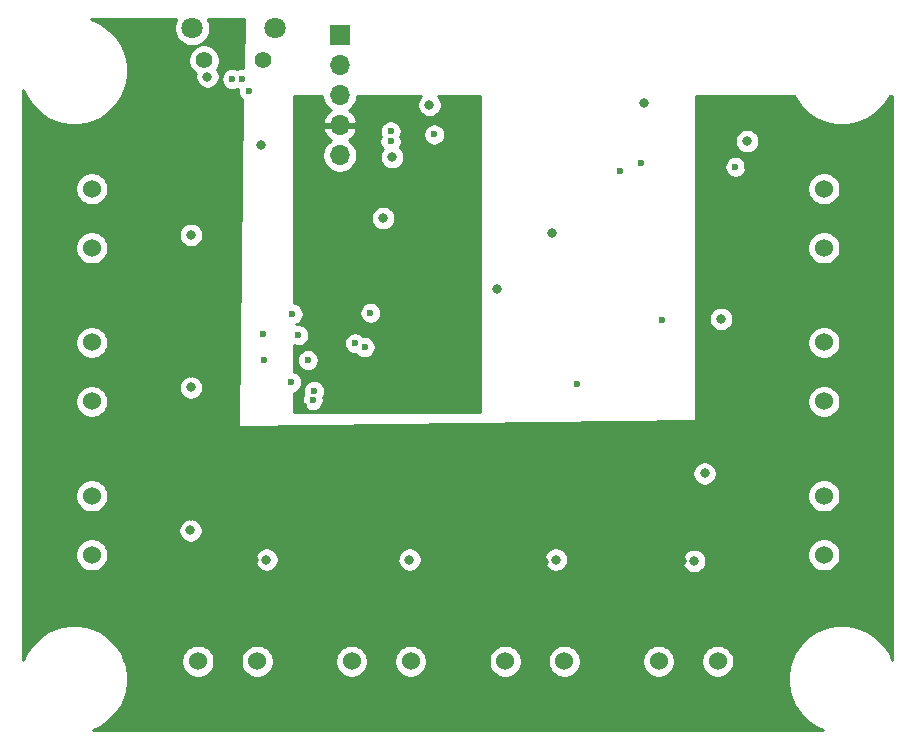
<source format=gbr>
%TF.GenerationSoftware,KiCad,Pcbnew,5.1.5+dfsg1-2build2*%
%TF.CreationDate,2020-08-24T22:09:22-06:00*%
%TF.ProjectId,twinkle-led-controller,7477696e-6b6c-4652-9d6c-65642d636f6e,rev?*%
%TF.SameCoordinates,Original*%
%TF.FileFunction,Copper,L3,Inr*%
%TF.FilePolarity,Positive*%
%FSLAX46Y46*%
G04 Gerber Fmt 4.6, Leading zero omitted, Abs format (unit mm)*
G04 Created by KiCad (PCBNEW 5.1.5+dfsg1-2build2) date 2020-08-24 22:09:22*
%MOMM*%
%LPD*%
G04 APERTURE LIST*
%TA.AperFunction,ViaPad*%
%ADD10C,1.524000*%
%TD*%
%TA.AperFunction,ViaPad*%
%ADD11O,1.700000X1.700000*%
%TD*%
%TA.AperFunction,ViaPad*%
%ADD12R,1.700000X1.700000*%
%TD*%
%TA.AperFunction,ViaPad*%
%ADD13C,1.800000*%
%TD*%
%TA.AperFunction,ViaPad*%
%ADD14C,1.408000*%
%TD*%
%TA.AperFunction,ViaPad*%
%ADD15C,0.600000*%
%TD*%
%TA.AperFunction,ViaPad*%
%ADD16C,0.800000*%
%TD*%
%TA.AperFunction,Conductor*%
%ADD17C,0.254000*%
%TD*%
G04 APERTURE END LIST*
D10*
%TO.N,Net-(J12-Pad2)*%
%TO.C,J12*%
X182000000Y-72000000D03*
%TO.N,Net-(J12-Pad1)*%
X182000000Y-67000000D03*
%TD*%
%TO.N,Net-(J11-Pad2)*%
%TO.C,J11*%
X182000000Y-85000000D03*
%TO.N,Net-(J11-Pad1)*%
X182000000Y-80000000D03*
%TD*%
%TO.N,Net-(J10-Pad2)*%
%TO.C,J10*%
X182000000Y-98000000D03*
%TO.N,Net-(J10-Pad1)*%
X182000000Y-93000000D03*
%TD*%
%TO.N,Net-(J9-Pad2)*%
%TO.C,J9*%
X196000000Y-107000000D03*
%TO.N,Net-(J9-Pad1)*%
X191000000Y-107000000D03*
%TD*%
%TO.N,Net-(J8-Pad2)*%
%TO.C,J8*%
X209000000Y-107000000D03*
%TO.N,Net-(J8-Pad1)*%
X204000000Y-107000000D03*
%TD*%
%TO.N,Net-(J7-Pad2)*%
%TO.C,J7*%
X222000000Y-107000000D03*
%TO.N,Net-(J7-Pad1)*%
X217000000Y-107000000D03*
%TD*%
%TO.N,Net-(J6-Pad2)*%
%TO.C,J6*%
X235000000Y-107000000D03*
%TO.N,Net-(J6-Pad1)*%
X230000000Y-107000000D03*
%TD*%
%TO.N,Net-(J5-Pad2)*%
%TO.C,J5*%
X244000000Y-93000000D03*
%TO.N,Net-(J5-Pad1)*%
X244000000Y-98000000D03*
%TD*%
%TO.N,Net-(J4-Pad2)*%
%TO.C,J4*%
X244000000Y-80000000D03*
%TO.N,Net-(J4-Pad1)*%
X244000000Y-85000000D03*
%TD*%
%TO.N,Net-(J3-Pad2)*%
%TO.C,J3*%
X244000000Y-67000000D03*
%TO.N,Net-(J3-Pad1)*%
X244000000Y-72000000D03*
%TD*%
D11*
%TO.N,+5V*%
%TO.C,J2*%
X203000000Y-64160000D03*
%TO.N,+3V3*%
X203000000Y-61620000D03*
%TO.N,/AUX1*%
X203000000Y-59080000D03*
%TO.N,/AUX0*%
X203000000Y-56540000D03*
D12*
%TO.N,GND*%
X203000000Y-54000000D03*
%TD*%
D13*
%TO.N,N/C*%
%TO.C,J1*%
X190500000Y-53400000D03*
X197500000Y-53400000D03*
D14*
X191500000Y-56100000D03*
X196500000Y-56100000D03*
%TD*%
D15*
%TO.N,+5V*%
X237500000Y-65100000D03*
D16*
X194400000Y-54775002D03*
X233700000Y-92500000D03*
X237813251Y-79530002D03*
X232000000Y-98500000D03*
X220301426Y-98625107D03*
X207700000Y-98300000D03*
X190375002Y-94700000D03*
X195700000Y-98400000D03*
X190393857Y-82586177D03*
X190597396Y-69620000D03*
X203133446Y-88175213D03*
D15*
%TO.N,GND*%
X236500000Y-65130002D03*
D16*
X237500000Y-62969998D03*
X228800000Y-59700000D03*
X210600000Y-59900000D03*
X206665000Y-69485000D03*
D15*
X223100000Y-83500000D03*
D16*
X207447135Y-64325010D03*
X196800000Y-98400000D03*
X233900000Y-91100000D03*
X235300000Y-78000000D03*
X233000000Y-98500000D03*
X221300000Y-98400000D03*
X208900000Y-98400000D03*
X190354346Y-95913881D03*
X190400000Y-70900000D03*
X216300000Y-75500000D03*
X221000000Y-70700000D03*
X190394792Y-83815568D03*
X191800000Y-57500000D03*
D15*
X198900000Y-83374990D03*
D16*
%TO.N,+3V3*%
X205700000Y-64400000D03*
D15*
X203500000Y-77500000D03*
X200000000Y-85400000D03*
%TO.N,/EN*%
X211000000Y-62400000D03*
X205600000Y-77500000D03*
D16*
X196300000Y-63300000D03*
D15*
%TO.N,/USB_D+*%
X193900000Y-57700000D03*
X195300000Y-58700000D03*
X200813138Y-84108028D03*
%TO.N,/USB_D-*%
X194700000Y-57700000D03*
X200700000Y-84900000D03*
%TO.N,/AUX1*%
X207300000Y-62974990D03*
%TO.N,/AUX0*%
X207304977Y-62142774D03*
%TO.N,/USB_RTS*%
X199500000Y-79400000D03*
X200300000Y-81500000D03*
%TO.N,/IO0*%
X230300000Y-78100000D03*
X199000000Y-77600000D03*
%TO.N,Net-(Q2-Pad1)*%
X196500000Y-79300000D03*
X196600000Y-81500000D03*
%TO.N,/USB_TX*%
X228500000Y-64800000D03*
X204300000Y-80075010D03*
%TO.N,/USB_RX*%
X226700000Y-65500000D03*
X205100000Y-80400000D03*
%TD*%
D17*
%TO.N,+5V*%
G36*
X189139701Y-52672905D02*
G01*
X189023989Y-52952257D01*
X188965000Y-53248816D01*
X188965000Y-53551184D01*
X189023989Y-53847743D01*
X189139701Y-54127095D01*
X189307688Y-54378505D01*
X189521495Y-54592312D01*
X189772905Y-54760299D01*
X190052257Y-54876011D01*
X190348816Y-54935000D01*
X190651184Y-54935000D01*
X190947743Y-54876011D01*
X191227095Y-54760299D01*
X191478505Y-54592312D01*
X191692312Y-54378505D01*
X191860299Y-54127095D01*
X191976011Y-53847743D01*
X192035000Y-53551184D01*
X192035000Y-53248816D01*
X191976011Y-52952257D01*
X191860299Y-52672905D01*
X191851676Y-52660000D01*
X194863559Y-52660000D01*
X194804879Y-56767544D01*
X194792089Y-56765000D01*
X194607911Y-56765000D01*
X194427271Y-56800932D01*
X194300000Y-56853649D01*
X194172729Y-56800932D01*
X193992089Y-56765000D01*
X193807911Y-56765000D01*
X193627271Y-56800932D01*
X193457111Y-56871414D01*
X193303972Y-56973738D01*
X193173738Y-57103972D01*
X193071414Y-57257111D01*
X193000932Y-57427271D01*
X192965000Y-57607911D01*
X192965000Y-57792089D01*
X193000932Y-57972729D01*
X193071414Y-58142889D01*
X193173738Y-58296028D01*
X193303972Y-58426262D01*
X193457111Y-58528586D01*
X193627271Y-58599068D01*
X193807911Y-58635000D01*
X193992089Y-58635000D01*
X194172729Y-58599068D01*
X194300000Y-58546351D01*
X194371365Y-58575911D01*
X194365000Y-58607911D01*
X194365000Y-58792089D01*
X194400932Y-58972729D01*
X194471414Y-59142889D01*
X194573738Y-59296028D01*
X194703972Y-59426262D01*
X194766303Y-59467910D01*
X194373013Y-86998186D01*
X194375099Y-87022995D01*
X194381985Y-87046920D01*
X194393406Y-87069042D01*
X194408924Y-87088511D01*
X194427941Y-87104578D01*
X194449728Y-87116627D01*
X194473447Y-87124193D01*
X194501649Y-87126989D01*
X233001649Y-86626989D01*
X233026392Y-86624227D01*
X233050120Y-86616692D01*
X233071923Y-86604671D01*
X233090961Y-86588629D01*
X233106504Y-86569180D01*
X233117954Y-86547073D01*
X233124871Y-86523157D01*
X233127000Y-86500000D01*
X233127000Y-84862408D01*
X242603000Y-84862408D01*
X242603000Y-85137592D01*
X242656686Y-85407490D01*
X242761995Y-85661727D01*
X242914880Y-85890535D01*
X243109465Y-86085120D01*
X243338273Y-86238005D01*
X243592510Y-86343314D01*
X243862408Y-86397000D01*
X244137592Y-86397000D01*
X244407490Y-86343314D01*
X244661727Y-86238005D01*
X244890535Y-86085120D01*
X245085120Y-85890535D01*
X245238005Y-85661727D01*
X245343314Y-85407490D01*
X245397000Y-85137592D01*
X245397000Y-84862408D01*
X245343314Y-84592510D01*
X245238005Y-84338273D01*
X245085120Y-84109465D01*
X244890535Y-83914880D01*
X244661727Y-83761995D01*
X244407490Y-83656686D01*
X244137592Y-83603000D01*
X243862408Y-83603000D01*
X243592510Y-83656686D01*
X243338273Y-83761995D01*
X243109465Y-83914880D01*
X242914880Y-84109465D01*
X242761995Y-84338273D01*
X242656686Y-84592510D01*
X242603000Y-84862408D01*
X233127000Y-84862408D01*
X233127000Y-79862408D01*
X242603000Y-79862408D01*
X242603000Y-80137592D01*
X242656686Y-80407490D01*
X242761995Y-80661727D01*
X242914880Y-80890535D01*
X243109465Y-81085120D01*
X243338273Y-81238005D01*
X243592510Y-81343314D01*
X243862408Y-81397000D01*
X244137592Y-81397000D01*
X244407490Y-81343314D01*
X244661727Y-81238005D01*
X244890535Y-81085120D01*
X245085120Y-80890535D01*
X245238005Y-80661727D01*
X245343314Y-80407490D01*
X245397000Y-80137592D01*
X245397000Y-79862408D01*
X245343314Y-79592510D01*
X245238005Y-79338273D01*
X245085120Y-79109465D01*
X244890535Y-78914880D01*
X244661727Y-78761995D01*
X244407490Y-78656686D01*
X244137592Y-78603000D01*
X243862408Y-78603000D01*
X243592510Y-78656686D01*
X243338273Y-78761995D01*
X243109465Y-78914880D01*
X242914880Y-79109465D01*
X242761995Y-79338273D01*
X242656686Y-79592510D01*
X242603000Y-79862408D01*
X233127000Y-79862408D01*
X233127000Y-77898061D01*
X234265000Y-77898061D01*
X234265000Y-78101939D01*
X234304774Y-78301898D01*
X234382795Y-78490256D01*
X234496063Y-78659774D01*
X234640226Y-78803937D01*
X234809744Y-78917205D01*
X234998102Y-78995226D01*
X235198061Y-79035000D01*
X235401939Y-79035000D01*
X235601898Y-78995226D01*
X235790256Y-78917205D01*
X235959774Y-78803937D01*
X236103937Y-78659774D01*
X236217205Y-78490256D01*
X236295226Y-78301898D01*
X236335000Y-78101939D01*
X236335000Y-77898061D01*
X236295226Y-77698102D01*
X236217205Y-77509744D01*
X236103937Y-77340226D01*
X235959774Y-77196063D01*
X235790256Y-77082795D01*
X235601898Y-77004774D01*
X235401939Y-76965000D01*
X235198061Y-76965000D01*
X234998102Y-77004774D01*
X234809744Y-77082795D01*
X234640226Y-77196063D01*
X234496063Y-77340226D01*
X234382795Y-77509744D01*
X234304774Y-77698102D01*
X234265000Y-77898061D01*
X233127000Y-77898061D01*
X233127000Y-71862408D01*
X242603000Y-71862408D01*
X242603000Y-72137592D01*
X242656686Y-72407490D01*
X242761995Y-72661727D01*
X242914880Y-72890535D01*
X243109465Y-73085120D01*
X243338273Y-73238005D01*
X243592510Y-73343314D01*
X243862408Y-73397000D01*
X244137592Y-73397000D01*
X244407490Y-73343314D01*
X244661727Y-73238005D01*
X244890535Y-73085120D01*
X245085120Y-72890535D01*
X245238005Y-72661727D01*
X245343314Y-72407490D01*
X245397000Y-72137592D01*
X245397000Y-71862408D01*
X245343314Y-71592510D01*
X245238005Y-71338273D01*
X245085120Y-71109465D01*
X244890535Y-70914880D01*
X244661727Y-70761995D01*
X244407490Y-70656686D01*
X244137592Y-70603000D01*
X243862408Y-70603000D01*
X243592510Y-70656686D01*
X243338273Y-70761995D01*
X243109465Y-70914880D01*
X242914880Y-71109465D01*
X242761995Y-71338273D01*
X242656686Y-71592510D01*
X242603000Y-71862408D01*
X233127000Y-71862408D01*
X233127000Y-66862408D01*
X242603000Y-66862408D01*
X242603000Y-67137592D01*
X242656686Y-67407490D01*
X242761995Y-67661727D01*
X242914880Y-67890535D01*
X243109465Y-68085120D01*
X243338273Y-68238005D01*
X243592510Y-68343314D01*
X243862408Y-68397000D01*
X244137592Y-68397000D01*
X244407490Y-68343314D01*
X244661727Y-68238005D01*
X244890535Y-68085120D01*
X245085120Y-67890535D01*
X245238005Y-67661727D01*
X245343314Y-67407490D01*
X245397000Y-67137592D01*
X245397000Y-66862408D01*
X245343314Y-66592510D01*
X245238005Y-66338273D01*
X245085120Y-66109465D01*
X244890535Y-65914880D01*
X244661727Y-65761995D01*
X244407490Y-65656686D01*
X244137592Y-65603000D01*
X243862408Y-65603000D01*
X243592510Y-65656686D01*
X243338273Y-65761995D01*
X243109465Y-65914880D01*
X242914880Y-66109465D01*
X242761995Y-66338273D01*
X242656686Y-66592510D01*
X242603000Y-66862408D01*
X233127000Y-66862408D01*
X233127000Y-65037913D01*
X235565000Y-65037913D01*
X235565000Y-65222091D01*
X235600932Y-65402731D01*
X235671414Y-65572891D01*
X235773738Y-65726030D01*
X235903972Y-65856264D01*
X236057111Y-65958588D01*
X236227271Y-66029070D01*
X236407911Y-66065002D01*
X236592089Y-66065002D01*
X236772729Y-66029070D01*
X236942889Y-65958588D01*
X237096028Y-65856264D01*
X237226262Y-65726030D01*
X237328586Y-65572891D01*
X237399068Y-65402731D01*
X237435000Y-65222091D01*
X237435000Y-65037913D01*
X237399068Y-64857273D01*
X237328586Y-64687113D01*
X237226262Y-64533974D01*
X237096028Y-64403740D01*
X236942889Y-64301416D01*
X236772729Y-64230934D01*
X236592089Y-64195002D01*
X236407911Y-64195002D01*
X236227271Y-64230934D01*
X236057111Y-64301416D01*
X235903972Y-64403740D01*
X235773738Y-64533974D01*
X235671414Y-64687113D01*
X235600932Y-64857273D01*
X235565000Y-65037913D01*
X233127000Y-65037913D01*
X233127000Y-62868059D01*
X236465000Y-62868059D01*
X236465000Y-63071937D01*
X236504774Y-63271896D01*
X236582795Y-63460254D01*
X236696063Y-63629772D01*
X236840226Y-63773935D01*
X237009744Y-63887203D01*
X237198102Y-63965224D01*
X237398061Y-64004998D01*
X237601939Y-64004998D01*
X237801898Y-63965224D01*
X237990256Y-63887203D01*
X238159774Y-63773935D01*
X238303937Y-63629772D01*
X238417205Y-63460254D01*
X238495226Y-63271896D01*
X238535000Y-63071937D01*
X238535000Y-62868059D01*
X238495226Y-62668100D01*
X238417205Y-62479742D01*
X238303937Y-62310224D01*
X238159774Y-62166061D01*
X237990256Y-62052793D01*
X237801898Y-61974772D01*
X237601939Y-61934998D01*
X237398061Y-61934998D01*
X237198102Y-61974772D01*
X237009744Y-62052793D01*
X236840226Y-62166061D01*
X236696063Y-62310224D01*
X236582795Y-62479742D01*
X236504774Y-62668100D01*
X236465000Y-62868059D01*
X233127000Y-62868059D01*
X233127000Y-59160000D01*
X235532419Y-59160000D01*
X235560674Y-59157217D01*
X235566801Y-59157260D01*
X235575972Y-59156360D01*
X235770069Y-59135959D01*
X235813712Y-59127000D01*
X241426923Y-59127000D01*
X241443915Y-59168022D01*
X241944812Y-59917667D01*
X242582333Y-60555188D01*
X243331978Y-61056085D01*
X244164938Y-61401108D01*
X245049205Y-61577000D01*
X245950795Y-61577000D01*
X246835062Y-61401108D01*
X247668022Y-61056085D01*
X248417667Y-60555188D01*
X249055188Y-59917667D01*
X249556085Y-59168022D01*
X249573077Y-59127000D01*
X249790001Y-59127000D01*
X249790000Y-106896699D01*
X249556085Y-106331978D01*
X249055188Y-105582333D01*
X248417667Y-104944812D01*
X247668022Y-104443915D01*
X246835062Y-104098892D01*
X245950795Y-103923000D01*
X245049205Y-103923000D01*
X244164938Y-104098892D01*
X243331978Y-104443915D01*
X242582333Y-104944812D01*
X241944812Y-105582333D01*
X241443915Y-106331978D01*
X241098892Y-107164938D01*
X240923000Y-108049205D01*
X240923000Y-108950795D01*
X241098892Y-109835062D01*
X241443915Y-110668022D01*
X241944812Y-111417667D01*
X242582333Y-112055188D01*
X243331978Y-112556085D01*
X243896699Y-112790000D01*
X182103301Y-112790000D01*
X182668022Y-112556085D01*
X183417667Y-112055188D01*
X184055188Y-111417667D01*
X184556085Y-110668022D01*
X184901108Y-109835062D01*
X185077000Y-108950795D01*
X185077000Y-108049205D01*
X184901108Y-107164938D01*
X184775797Y-106862408D01*
X189603000Y-106862408D01*
X189603000Y-107137592D01*
X189656686Y-107407490D01*
X189761995Y-107661727D01*
X189914880Y-107890535D01*
X190109465Y-108085120D01*
X190338273Y-108238005D01*
X190592510Y-108343314D01*
X190862408Y-108397000D01*
X191137592Y-108397000D01*
X191407490Y-108343314D01*
X191661727Y-108238005D01*
X191890535Y-108085120D01*
X192085120Y-107890535D01*
X192238005Y-107661727D01*
X192343314Y-107407490D01*
X192397000Y-107137592D01*
X192397000Y-106862408D01*
X194603000Y-106862408D01*
X194603000Y-107137592D01*
X194656686Y-107407490D01*
X194761995Y-107661727D01*
X194914880Y-107890535D01*
X195109465Y-108085120D01*
X195338273Y-108238005D01*
X195592510Y-108343314D01*
X195862408Y-108397000D01*
X196137592Y-108397000D01*
X196407490Y-108343314D01*
X196661727Y-108238005D01*
X196890535Y-108085120D01*
X197085120Y-107890535D01*
X197238005Y-107661727D01*
X197343314Y-107407490D01*
X197397000Y-107137592D01*
X197397000Y-106862408D01*
X202603000Y-106862408D01*
X202603000Y-107137592D01*
X202656686Y-107407490D01*
X202761995Y-107661727D01*
X202914880Y-107890535D01*
X203109465Y-108085120D01*
X203338273Y-108238005D01*
X203592510Y-108343314D01*
X203862408Y-108397000D01*
X204137592Y-108397000D01*
X204407490Y-108343314D01*
X204661727Y-108238005D01*
X204890535Y-108085120D01*
X205085120Y-107890535D01*
X205238005Y-107661727D01*
X205343314Y-107407490D01*
X205397000Y-107137592D01*
X205397000Y-106862408D01*
X207603000Y-106862408D01*
X207603000Y-107137592D01*
X207656686Y-107407490D01*
X207761995Y-107661727D01*
X207914880Y-107890535D01*
X208109465Y-108085120D01*
X208338273Y-108238005D01*
X208592510Y-108343314D01*
X208862408Y-108397000D01*
X209137592Y-108397000D01*
X209407490Y-108343314D01*
X209661727Y-108238005D01*
X209890535Y-108085120D01*
X210085120Y-107890535D01*
X210238005Y-107661727D01*
X210343314Y-107407490D01*
X210397000Y-107137592D01*
X210397000Y-106862408D01*
X215603000Y-106862408D01*
X215603000Y-107137592D01*
X215656686Y-107407490D01*
X215761995Y-107661727D01*
X215914880Y-107890535D01*
X216109465Y-108085120D01*
X216338273Y-108238005D01*
X216592510Y-108343314D01*
X216862408Y-108397000D01*
X217137592Y-108397000D01*
X217407490Y-108343314D01*
X217661727Y-108238005D01*
X217890535Y-108085120D01*
X218085120Y-107890535D01*
X218238005Y-107661727D01*
X218343314Y-107407490D01*
X218397000Y-107137592D01*
X218397000Y-106862408D01*
X220603000Y-106862408D01*
X220603000Y-107137592D01*
X220656686Y-107407490D01*
X220761995Y-107661727D01*
X220914880Y-107890535D01*
X221109465Y-108085120D01*
X221338273Y-108238005D01*
X221592510Y-108343314D01*
X221862408Y-108397000D01*
X222137592Y-108397000D01*
X222407490Y-108343314D01*
X222661727Y-108238005D01*
X222890535Y-108085120D01*
X223085120Y-107890535D01*
X223238005Y-107661727D01*
X223343314Y-107407490D01*
X223397000Y-107137592D01*
X223397000Y-106862408D01*
X228603000Y-106862408D01*
X228603000Y-107137592D01*
X228656686Y-107407490D01*
X228761995Y-107661727D01*
X228914880Y-107890535D01*
X229109465Y-108085120D01*
X229338273Y-108238005D01*
X229592510Y-108343314D01*
X229862408Y-108397000D01*
X230137592Y-108397000D01*
X230407490Y-108343314D01*
X230661727Y-108238005D01*
X230890535Y-108085120D01*
X231085120Y-107890535D01*
X231238005Y-107661727D01*
X231343314Y-107407490D01*
X231397000Y-107137592D01*
X231397000Y-106862408D01*
X233603000Y-106862408D01*
X233603000Y-107137592D01*
X233656686Y-107407490D01*
X233761995Y-107661727D01*
X233914880Y-107890535D01*
X234109465Y-108085120D01*
X234338273Y-108238005D01*
X234592510Y-108343314D01*
X234862408Y-108397000D01*
X235137592Y-108397000D01*
X235407490Y-108343314D01*
X235661727Y-108238005D01*
X235890535Y-108085120D01*
X236085120Y-107890535D01*
X236238005Y-107661727D01*
X236343314Y-107407490D01*
X236397000Y-107137592D01*
X236397000Y-106862408D01*
X236343314Y-106592510D01*
X236238005Y-106338273D01*
X236085120Y-106109465D01*
X235890535Y-105914880D01*
X235661727Y-105761995D01*
X235407490Y-105656686D01*
X235137592Y-105603000D01*
X234862408Y-105603000D01*
X234592510Y-105656686D01*
X234338273Y-105761995D01*
X234109465Y-105914880D01*
X233914880Y-106109465D01*
X233761995Y-106338273D01*
X233656686Y-106592510D01*
X233603000Y-106862408D01*
X231397000Y-106862408D01*
X231343314Y-106592510D01*
X231238005Y-106338273D01*
X231085120Y-106109465D01*
X230890535Y-105914880D01*
X230661727Y-105761995D01*
X230407490Y-105656686D01*
X230137592Y-105603000D01*
X229862408Y-105603000D01*
X229592510Y-105656686D01*
X229338273Y-105761995D01*
X229109465Y-105914880D01*
X228914880Y-106109465D01*
X228761995Y-106338273D01*
X228656686Y-106592510D01*
X228603000Y-106862408D01*
X223397000Y-106862408D01*
X223343314Y-106592510D01*
X223238005Y-106338273D01*
X223085120Y-106109465D01*
X222890535Y-105914880D01*
X222661727Y-105761995D01*
X222407490Y-105656686D01*
X222137592Y-105603000D01*
X221862408Y-105603000D01*
X221592510Y-105656686D01*
X221338273Y-105761995D01*
X221109465Y-105914880D01*
X220914880Y-106109465D01*
X220761995Y-106338273D01*
X220656686Y-106592510D01*
X220603000Y-106862408D01*
X218397000Y-106862408D01*
X218343314Y-106592510D01*
X218238005Y-106338273D01*
X218085120Y-106109465D01*
X217890535Y-105914880D01*
X217661727Y-105761995D01*
X217407490Y-105656686D01*
X217137592Y-105603000D01*
X216862408Y-105603000D01*
X216592510Y-105656686D01*
X216338273Y-105761995D01*
X216109465Y-105914880D01*
X215914880Y-106109465D01*
X215761995Y-106338273D01*
X215656686Y-106592510D01*
X215603000Y-106862408D01*
X210397000Y-106862408D01*
X210343314Y-106592510D01*
X210238005Y-106338273D01*
X210085120Y-106109465D01*
X209890535Y-105914880D01*
X209661727Y-105761995D01*
X209407490Y-105656686D01*
X209137592Y-105603000D01*
X208862408Y-105603000D01*
X208592510Y-105656686D01*
X208338273Y-105761995D01*
X208109465Y-105914880D01*
X207914880Y-106109465D01*
X207761995Y-106338273D01*
X207656686Y-106592510D01*
X207603000Y-106862408D01*
X205397000Y-106862408D01*
X205343314Y-106592510D01*
X205238005Y-106338273D01*
X205085120Y-106109465D01*
X204890535Y-105914880D01*
X204661727Y-105761995D01*
X204407490Y-105656686D01*
X204137592Y-105603000D01*
X203862408Y-105603000D01*
X203592510Y-105656686D01*
X203338273Y-105761995D01*
X203109465Y-105914880D01*
X202914880Y-106109465D01*
X202761995Y-106338273D01*
X202656686Y-106592510D01*
X202603000Y-106862408D01*
X197397000Y-106862408D01*
X197343314Y-106592510D01*
X197238005Y-106338273D01*
X197085120Y-106109465D01*
X196890535Y-105914880D01*
X196661727Y-105761995D01*
X196407490Y-105656686D01*
X196137592Y-105603000D01*
X195862408Y-105603000D01*
X195592510Y-105656686D01*
X195338273Y-105761995D01*
X195109465Y-105914880D01*
X194914880Y-106109465D01*
X194761995Y-106338273D01*
X194656686Y-106592510D01*
X194603000Y-106862408D01*
X192397000Y-106862408D01*
X192343314Y-106592510D01*
X192238005Y-106338273D01*
X192085120Y-106109465D01*
X191890535Y-105914880D01*
X191661727Y-105761995D01*
X191407490Y-105656686D01*
X191137592Y-105603000D01*
X190862408Y-105603000D01*
X190592510Y-105656686D01*
X190338273Y-105761995D01*
X190109465Y-105914880D01*
X189914880Y-106109465D01*
X189761995Y-106338273D01*
X189656686Y-106592510D01*
X189603000Y-106862408D01*
X184775797Y-106862408D01*
X184556085Y-106331978D01*
X184055188Y-105582333D01*
X183417667Y-104944812D01*
X182668022Y-104443915D01*
X181835062Y-104098892D01*
X180950795Y-103923000D01*
X180049205Y-103923000D01*
X179164938Y-104098892D01*
X178331978Y-104443915D01*
X177582333Y-104944812D01*
X176944812Y-105582333D01*
X176443915Y-106331978D01*
X176210000Y-106896699D01*
X176210000Y-97862408D01*
X180603000Y-97862408D01*
X180603000Y-98137592D01*
X180656686Y-98407490D01*
X180761995Y-98661727D01*
X180914880Y-98890535D01*
X181109465Y-99085120D01*
X181338273Y-99238005D01*
X181592510Y-99343314D01*
X181862408Y-99397000D01*
X182137592Y-99397000D01*
X182407490Y-99343314D01*
X182661727Y-99238005D01*
X182890535Y-99085120D01*
X183085120Y-98890535D01*
X183238005Y-98661727D01*
X183343314Y-98407490D01*
X183365080Y-98298061D01*
X195765000Y-98298061D01*
X195765000Y-98501939D01*
X195804774Y-98701898D01*
X195882795Y-98890256D01*
X195996063Y-99059774D01*
X196140226Y-99203937D01*
X196309744Y-99317205D01*
X196498102Y-99395226D01*
X196698061Y-99435000D01*
X196901939Y-99435000D01*
X197101898Y-99395226D01*
X197290256Y-99317205D01*
X197459774Y-99203937D01*
X197603937Y-99059774D01*
X197717205Y-98890256D01*
X197795226Y-98701898D01*
X197835000Y-98501939D01*
X197835000Y-98298061D01*
X207865000Y-98298061D01*
X207865000Y-98501939D01*
X207904774Y-98701898D01*
X207982795Y-98890256D01*
X208096063Y-99059774D01*
X208240226Y-99203937D01*
X208409744Y-99317205D01*
X208598102Y-99395226D01*
X208798061Y-99435000D01*
X209001939Y-99435000D01*
X209201898Y-99395226D01*
X209390256Y-99317205D01*
X209559774Y-99203937D01*
X209703937Y-99059774D01*
X209817205Y-98890256D01*
X209895226Y-98701898D01*
X209935000Y-98501939D01*
X209935000Y-98298061D01*
X220265000Y-98298061D01*
X220265000Y-98501939D01*
X220304774Y-98701898D01*
X220382795Y-98890256D01*
X220496063Y-99059774D01*
X220640226Y-99203937D01*
X220809744Y-99317205D01*
X220998102Y-99395226D01*
X221198061Y-99435000D01*
X221401939Y-99435000D01*
X221601898Y-99395226D01*
X221790256Y-99317205D01*
X221959774Y-99203937D01*
X222103937Y-99059774D01*
X222217205Y-98890256D01*
X222295226Y-98701898D01*
X222335000Y-98501939D01*
X222335000Y-98398061D01*
X231965000Y-98398061D01*
X231965000Y-98601939D01*
X232004774Y-98801898D01*
X232082795Y-98990256D01*
X232196063Y-99159774D01*
X232340226Y-99303937D01*
X232509744Y-99417205D01*
X232698102Y-99495226D01*
X232898061Y-99535000D01*
X233101939Y-99535000D01*
X233301898Y-99495226D01*
X233490256Y-99417205D01*
X233659774Y-99303937D01*
X233803937Y-99159774D01*
X233917205Y-98990256D01*
X233995226Y-98801898D01*
X234035000Y-98601939D01*
X234035000Y-98398061D01*
X233995226Y-98198102D01*
X233917205Y-98009744D01*
X233818759Y-97862408D01*
X242603000Y-97862408D01*
X242603000Y-98137592D01*
X242656686Y-98407490D01*
X242761995Y-98661727D01*
X242914880Y-98890535D01*
X243109465Y-99085120D01*
X243338273Y-99238005D01*
X243592510Y-99343314D01*
X243862408Y-99397000D01*
X244137592Y-99397000D01*
X244407490Y-99343314D01*
X244661727Y-99238005D01*
X244890535Y-99085120D01*
X245085120Y-98890535D01*
X245238005Y-98661727D01*
X245343314Y-98407490D01*
X245397000Y-98137592D01*
X245397000Y-97862408D01*
X245343314Y-97592510D01*
X245238005Y-97338273D01*
X245085120Y-97109465D01*
X244890535Y-96914880D01*
X244661727Y-96761995D01*
X244407490Y-96656686D01*
X244137592Y-96603000D01*
X243862408Y-96603000D01*
X243592510Y-96656686D01*
X243338273Y-96761995D01*
X243109465Y-96914880D01*
X242914880Y-97109465D01*
X242761995Y-97338273D01*
X242656686Y-97592510D01*
X242603000Y-97862408D01*
X233818759Y-97862408D01*
X233803937Y-97840226D01*
X233659774Y-97696063D01*
X233490256Y-97582795D01*
X233301898Y-97504774D01*
X233101939Y-97465000D01*
X232898061Y-97465000D01*
X232698102Y-97504774D01*
X232509744Y-97582795D01*
X232340226Y-97696063D01*
X232196063Y-97840226D01*
X232082795Y-98009744D01*
X232004774Y-98198102D01*
X231965000Y-98398061D01*
X222335000Y-98398061D01*
X222335000Y-98298061D01*
X222295226Y-98098102D01*
X222217205Y-97909744D01*
X222103937Y-97740226D01*
X221959774Y-97596063D01*
X221790256Y-97482795D01*
X221601898Y-97404774D01*
X221401939Y-97365000D01*
X221198061Y-97365000D01*
X220998102Y-97404774D01*
X220809744Y-97482795D01*
X220640226Y-97596063D01*
X220496063Y-97740226D01*
X220382795Y-97909744D01*
X220304774Y-98098102D01*
X220265000Y-98298061D01*
X209935000Y-98298061D01*
X209895226Y-98098102D01*
X209817205Y-97909744D01*
X209703937Y-97740226D01*
X209559774Y-97596063D01*
X209390256Y-97482795D01*
X209201898Y-97404774D01*
X209001939Y-97365000D01*
X208798061Y-97365000D01*
X208598102Y-97404774D01*
X208409744Y-97482795D01*
X208240226Y-97596063D01*
X208096063Y-97740226D01*
X207982795Y-97909744D01*
X207904774Y-98098102D01*
X207865000Y-98298061D01*
X197835000Y-98298061D01*
X197795226Y-98098102D01*
X197717205Y-97909744D01*
X197603937Y-97740226D01*
X197459774Y-97596063D01*
X197290256Y-97482795D01*
X197101898Y-97404774D01*
X196901939Y-97365000D01*
X196698061Y-97365000D01*
X196498102Y-97404774D01*
X196309744Y-97482795D01*
X196140226Y-97596063D01*
X195996063Y-97740226D01*
X195882795Y-97909744D01*
X195804774Y-98098102D01*
X195765000Y-98298061D01*
X183365080Y-98298061D01*
X183397000Y-98137592D01*
X183397000Y-97862408D01*
X183343314Y-97592510D01*
X183238005Y-97338273D01*
X183085120Y-97109465D01*
X182890535Y-96914880D01*
X182661727Y-96761995D01*
X182407490Y-96656686D01*
X182137592Y-96603000D01*
X181862408Y-96603000D01*
X181592510Y-96656686D01*
X181338273Y-96761995D01*
X181109465Y-96914880D01*
X180914880Y-97109465D01*
X180761995Y-97338273D01*
X180656686Y-97592510D01*
X180603000Y-97862408D01*
X176210000Y-97862408D01*
X176210000Y-95811942D01*
X189319346Y-95811942D01*
X189319346Y-96015820D01*
X189359120Y-96215779D01*
X189437141Y-96404137D01*
X189550409Y-96573655D01*
X189694572Y-96717818D01*
X189864090Y-96831086D01*
X190052448Y-96909107D01*
X190252407Y-96948881D01*
X190456285Y-96948881D01*
X190656244Y-96909107D01*
X190844602Y-96831086D01*
X191014120Y-96717818D01*
X191158283Y-96573655D01*
X191271551Y-96404137D01*
X191349572Y-96215779D01*
X191389346Y-96015820D01*
X191389346Y-95811942D01*
X191349572Y-95611983D01*
X191271551Y-95423625D01*
X191158283Y-95254107D01*
X191014120Y-95109944D01*
X190844602Y-94996676D01*
X190656244Y-94918655D01*
X190456285Y-94878881D01*
X190252407Y-94878881D01*
X190052448Y-94918655D01*
X189864090Y-94996676D01*
X189694572Y-95109944D01*
X189550409Y-95254107D01*
X189437141Y-95423625D01*
X189359120Y-95611983D01*
X189319346Y-95811942D01*
X176210000Y-95811942D01*
X176210000Y-92862408D01*
X180603000Y-92862408D01*
X180603000Y-93137592D01*
X180656686Y-93407490D01*
X180761995Y-93661727D01*
X180914880Y-93890535D01*
X181109465Y-94085120D01*
X181338273Y-94238005D01*
X181592510Y-94343314D01*
X181862408Y-94397000D01*
X182137592Y-94397000D01*
X182407490Y-94343314D01*
X182661727Y-94238005D01*
X182890535Y-94085120D01*
X183085120Y-93890535D01*
X183238005Y-93661727D01*
X183343314Y-93407490D01*
X183397000Y-93137592D01*
X183397000Y-92862408D01*
X242603000Y-92862408D01*
X242603000Y-93137592D01*
X242656686Y-93407490D01*
X242761995Y-93661727D01*
X242914880Y-93890535D01*
X243109465Y-94085120D01*
X243338273Y-94238005D01*
X243592510Y-94343314D01*
X243862408Y-94397000D01*
X244137592Y-94397000D01*
X244407490Y-94343314D01*
X244661727Y-94238005D01*
X244890535Y-94085120D01*
X245085120Y-93890535D01*
X245238005Y-93661727D01*
X245343314Y-93407490D01*
X245397000Y-93137592D01*
X245397000Y-92862408D01*
X245343314Y-92592510D01*
X245238005Y-92338273D01*
X245085120Y-92109465D01*
X244890535Y-91914880D01*
X244661727Y-91761995D01*
X244407490Y-91656686D01*
X244137592Y-91603000D01*
X243862408Y-91603000D01*
X243592510Y-91656686D01*
X243338273Y-91761995D01*
X243109465Y-91914880D01*
X242914880Y-92109465D01*
X242761995Y-92338273D01*
X242656686Y-92592510D01*
X242603000Y-92862408D01*
X183397000Y-92862408D01*
X183343314Y-92592510D01*
X183238005Y-92338273D01*
X183085120Y-92109465D01*
X182890535Y-91914880D01*
X182661727Y-91761995D01*
X182407490Y-91656686D01*
X182137592Y-91603000D01*
X181862408Y-91603000D01*
X181592510Y-91656686D01*
X181338273Y-91761995D01*
X181109465Y-91914880D01*
X180914880Y-92109465D01*
X180761995Y-92338273D01*
X180656686Y-92592510D01*
X180603000Y-92862408D01*
X176210000Y-92862408D01*
X176210000Y-90998061D01*
X232865000Y-90998061D01*
X232865000Y-91201939D01*
X232904774Y-91401898D01*
X232982795Y-91590256D01*
X233096063Y-91759774D01*
X233240226Y-91903937D01*
X233409744Y-92017205D01*
X233598102Y-92095226D01*
X233798061Y-92135000D01*
X234001939Y-92135000D01*
X234201898Y-92095226D01*
X234390256Y-92017205D01*
X234559774Y-91903937D01*
X234703937Y-91759774D01*
X234817205Y-91590256D01*
X234895226Y-91401898D01*
X234935000Y-91201939D01*
X234935000Y-90998061D01*
X234895226Y-90798102D01*
X234817205Y-90609744D01*
X234703937Y-90440226D01*
X234559774Y-90296063D01*
X234390256Y-90182795D01*
X234201898Y-90104774D01*
X234001939Y-90065000D01*
X233798061Y-90065000D01*
X233598102Y-90104774D01*
X233409744Y-90182795D01*
X233240226Y-90296063D01*
X233096063Y-90440226D01*
X232982795Y-90609744D01*
X232904774Y-90798102D01*
X232865000Y-90998061D01*
X176210000Y-90998061D01*
X176210000Y-84862408D01*
X180603000Y-84862408D01*
X180603000Y-85137592D01*
X180656686Y-85407490D01*
X180761995Y-85661727D01*
X180914880Y-85890535D01*
X181109465Y-86085120D01*
X181338273Y-86238005D01*
X181592510Y-86343314D01*
X181862408Y-86397000D01*
X182137592Y-86397000D01*
X182407490Y-86343314D01*
X182661727Y-86238005D01*
X182890535Y-86085120D01*
X183085120Y-85890535D01*
X183238005Y-85661727D01*
X183343314Y-85407490D01*
X183397000Y-85137592D01*
X183397000Y-84862408D01*
X183343314Y-84592510D01*
X183238005Y-84338273D01*
X183085120Y-84109465D01*
X182890535Y-83914880D01*
X182661727Y-83761995D01*
X182544962Y-83713629D01*
X189359792Y-83713629D01*
X189359792Y-83917507D01*
X189399566Y-84117466D01*
X189477587Y-84305824D01*
X189590855Y-84475342D01*
X189735018Y-84619505D01*
X189904536Y-84732773D01*
X190092894Y-84810794D01*
X190292853Y-84850568D01*
X190496731Y-84850568D01*
X190696690Y-84810794D01*
X190885048Y-84732773D01*
X191054566Y-84619505D01*
X191198729Y-84475342D01*
X191311997Y-84305824D01*
X191390018Y-84117466D01*
X191429792Y-83917507D01*
X191429792Y-83713629D01*
X191390018Y-83513670D01*
X191311997Y-83325312D01*
X191198729Y-83155794D01*
X191054566Y-83011631D01*
X190885048Y-82898363D01*
X190696690Y-82820342D01*
X190496731Y-82780568D01*
X190292853Y-82780568D01*
X190092894Y-82820342D01*
X189904536Y-82898363D01*
X189735018Y-83011631D01*
X189590855Y-83155794D01*
X189477587Y-83325312D01*
X189399566Y-83513670D01*
X189359792Y-83713629D01*
X182544962Y-83713629D01*
X182407490Y-83656686D01*
X182137592Y-83603000D01*
X181862408Y-83603000D01*
X181592510Y-83656686D01*
X181338273Y-83761995D01*
X181109465Y-83914880D01*
X180914880Y-84109465D01*
X180761995Y-84338273D01*
X180656686Y-84592510D01*
X180603000Y-84862408D01*
X176210000Y-84862408D01*
X176210000Y-79862408D01*
X180603000Y-79862408D01*
X180603000Y-80137592D01*
X180656686Y-80407490D01*
X180761995Y-80661727D01*
X180914880Y-80890535D01*
X181109465Y-81085120D01*
X181338273Y-81238005D01*
X181592510Y-81343314D01*
X181862408Y-81397000D01*
X182137592Y-81397000D01*
X182407490Y-81343314D01*
X182661727Y-81238005D01*
X182890535Y-81085120D01*
X183085120Y-80890535D01*
X183238005Y-80661727D01*
X183343314Y-80407490D01*
X183397000Y-80137592D01*
X183397000Y-79862408D01*
X183343314Y-79592510D01*
X183238005Y-79338273D01*
X183085120Y-79109465D01*
X182890535Y-78914880D01*
X182661727Y-78761995D01*
X182407490Y-78656686D01*
X182137592Y-78603000D01*
X181862408Y-78603000D01*
X181592510Y-78656686D01*
X181338273Y-78761995D01*
X181109465Y-78914880D01*
X180914880Y-79109465D01*
X180761995Y-79338273D01*
X180656686Y-79592510D01*
X180603000Y-79862408D01*
X176210000Y-79862408D01*
X176210000Y-71862408D01*
X180603000Y-71862408D01*
X180603000Y-72137592D01*
X180656686Y-72407490D01*
X180761995Y-72661727D01*
X180914880Y-72890535D01*
X181109465Y-73085120D01*
X181338273Y-73238005D01*
X181592510Y-73343314D01*
X181862408Y-73397000D01*
X182137592Y-73397000D01*
X182407490Y-73343314D01*
X182661727Y-73238005D01*
X182890535Y-73085120D01*
X183085120Y-72890535D01*
X183238005Y-72661727D01*
X183343314Y-72407490D01*
X183397000Y-72137592D01*
X183397000Y-71862408D01*
X183343314Y-71592510D01*
X183238005Y-71338273D01*
X183085120Y-71109465D01*
X182890535Y-70914880D01*
X182715704Y-70798061D01*
X189365000Y-70798061D01*
X189365000Y-71001939D01*
X189404774Y-71201898D01*
X189482795Y-71390256D01*
X189596063Y-71559774D01*
X189740226Y-71703937D01*
X189909744Y-71817205D01*
X190098102Y-71895226D01*
X190298061Y-71935000D01*
X190501939Y-71935000D01*
X190701898Y-71895226D01*
X190890256Y-71817205D01*
X191059774Y-71703937D01*
X191203937Y-71559774D01*
X191317205Y-71390256D01*
X191395226Y-71201898D01*
X191435000Y-71001939D01*
X191435000Y-70798061D01*
X191395226Y-70598102D01*
X191317205Y-70409744D01*
X191203937Y-70240226D01*
X191059774Y-70096063D01*
X190890256Y-69982795D01*
X190701898Y-69904774D01*
X190501939Y-69865000D01*
X190298061Y-69865000D01*
X190098102Y-69904774D01*
X189909744Y-69982795D01*
X189740226Y-70096063D01*
X189596063Y-70240226D01*
X189482795Y-70409744D01*
X189404774Y-70598102D01*
X189365000Y-70798061D01*
X182715704Y-70798061D01*
X182661727Y-70761995D01*
X182407490Y-70656686D01*
X182137592Y-70603000D01*
X181862408Y-70603000D01*
X181592510Y-70656686D01*
X181338273Y-70761995D01*
X181109465Y-70914880D01*
X180914880Y-71109465D01*
X180761995Y-71338273D01*
X180656686Y-71592510D01*
X180603000Y-71862408D01*
X176210000Y-71862408D01*
X176210000Y-66862408D01*
X180603000Y-66862408D01*
X180603000Y-67137592D01*
X180656686Y-67407490D01*
X180761995Y-67661727D01*
X180914880Y-67890535D01*
X181109465Y-68085120D01*
X181338273Y-68238005D01*
X181592510Y-68343314D01*
X181862408Y-68397000D01*
X182137592Y-68397000D01*
X182407490Y-68343314D01*
X182661727Y-68238005D01*
X182890535Y-68085120D01*
X183085120Y-67890535D01*
X183238005Y-67661727D01*
X183343314Y-67407490D01*
X183397000Y-67137592D01*
X183397000Y-66862408D01*
X183343314Y-66592510D01*
X183238005Y-66338273D01*
X183085120Y-66109465D01*
X182890535Y-65914880D01*
X182661727Y-65761995D01*
X182407490Y-65656686D01*
X182137592Y-65603000D01*
X181862408Y-65603000D01*
X181592510Y-65656686D01*
X181338273Y-65761995D01*
X181109465Y-65914880D01*
X180914880Y-66109465D01*
X180761995Y-66338273D01*
X180656686Y-66592510D01*
X180603000Y-66862408D01*
X176210000Y-66862408D01*
X176210000Y-58603301D01*
X176443915Y-59168022D01*
X176944812Y-59917667D01*
X177582333Y-60555188D01*
X178331978Y-61056085D01*
X179164938Y-61401108D01*
X180049205Y-61577000D01*
X180950795Y-61577000D01*
X181835062Y-61401108D01*
X182668022Y-61056085D01*
X183417667Y-60555188D01*
X184055188Y-59917667D01*
X184556085Y-59168022D01*
X184901108Y-58335062D01*
X185077000Y-57450795D01*
X185077000Y-56549205D01*
X184961415Y-55968120D01*
X190161000Y-55968120D01*
X190161000Y-56231880D01*
X190212457Y-56490572D01*
X190313393Y-56734254D01*
X190459931Y-56953563D01*
X190646437Y-57140069D01*
X190796388Y-57240263D01*
X190765000Y-57398061D01*
X190765000Y-57601939D01*
X190804774Y-57801898D01*
X190882795Y-57990256D01*
X190996063Y-58159774D01*
X191140226Y-58303937D01*
X191309744Y-58417205D01*
X191498102Y-58495226D01*
X191698061Y-58535000D01*
X191901939Y-58535000D01*
X192101898Y-58495226D01*
X192290256Y-58417205D01*
X192459774Y-58303937D01*
X192603937Y-58159774D01*
X192717205Y-57990256D01*
X192795226Y-57801898D01*
X192835000Y-57601939D01*
X192835000Y-57398061D01*
X192795226Y-57198102D01*
X192717205Y-57009744D01*
X192609868Y-56849102D01*
X192686607Y-56734254D01*
X192787543Y-56490572D01*
X192839000Y-56231880D01*
X192839000Y-55968120D01*
X192787543Y-55709428D01*
X192686607Y-55465746D01*
X192540069Y-55246437D01*
X192353563Y-55059931D01*
X192134254Y-54913393D01*
X191890572Y-54812457D01*
X191631880Y-54761000D01*
X191368120Y-54761000D01*
X191109428Y-54812457D01*
X190865746Y-54913393D01*
X190646437Y-55059931D01*
X190459931Y-55246437D01*
X190313393Y-55465746D01*
X190212457Y-55709428D01*
X190161000Y-55968120D01*
X184961415Y-55968120D01*
X184901108Y-55664938D01*
X184556085Y-54831978D01*
X184055188Y-54082333D01*
X183417667Y-53444812D01*
X182668022Y-52943915D01*
X181982590Y-52660000D01*
X189148324Y-52660000D01*
X189139701Y-52672905D01*
G37*
X189139701Y-52672905D02*
X189023989Y-52952257D01*
X188965000Y-53248816D01*
X188965000Y-53551184D01*
X189023989Y-53847743D01*
X189139701Y-54127095D01*
X189307688Y-54378505D01*
X189521495Y-54592312D01*
X189772905Y-54760299D01*
X190052257Y-54876011D01*
X190348816Y-54935000D01*
X190651184Y-54935000D01*
X190947743Y-54876011D01*
X191227095Y-54760299D01*
X191478505Y-54592312D01*
X191692312Y-54378505D01*
X191860299Y-54127095D01*
X191976011Y-53847743D01*
X192035000Y-53551184D01*
X192035000Y-53248816D01*
X191976011Y-52952257D01*
X191860299Y-52672905D01*
X191851676Y-52660000D01*
X194863559Y-52660000D01*
X194804879Y-56767544D01*
X194792089Y-56765000D01*
X194607911Y-56765000D01*
X194427271Y-56800932D01*
X194300000Y-56853649D01*
X194172729Y-56800932D01*
X193992089Y-56765000D01*
X193807911Y-56765000D01*
X193627271Y-56800932D01*
X193457111Y-56871414D01*
X193303972Y-56973738D01*
X193173738Y-57103972D01*
X193071414Y-57257111D01*
X193000932Y-57427271D01*
X192965000Y-57607911D01*
X192965000Y-57792089D01*
X193000932Y-57972729D01*
X193071414Y-58142889D01*
X193173738Y-58296028D01*
X193303972Y-58426262D01*
X193457111Y-58528586D01*
X193627271Y-58599068D01*
X193807911Y-58635000D01*
X193992089Y-58635000D01*
X194172729Y-58599068D01*
X194300000Y-58546351D01*
X194371365Y-58575911D01*
X194365000Y-58607911D01*
X194365000Y-58792089D01*
X194400932Y-58972729D01*
X194471414Y-59142889D01*
X194573738Y-59296028D01*
X194703972Y-59426262D01*
X194766303Y-59467910D01*
X194373013Y-86998186D01*
X194375099Y-87022995D01*
X194381985Y-87046920D01*
X194393406Y-87069042D01*
X194408924Y-87088511D01*
X194427941Y-87104578D01*
X194449728Y-87116627D01*
X194473447Y-87124193D01*
X194501649Y-87126989D01*
X233001649Y-86626989D01*
X233026392Y-86624227D01*
X233050120Y-86616692D01*
X233071923Y-86604671D01*
X233090961Y-86588629D01*
X233106504Y-86569180D01*
X233117954Y-86547073D01*
X233124871Y-86523157D01*
X233127000Y-86500000D01*
X233127000Y-84862408D01*
X242603000Y-84862408D01*
X242603000Y-85137592D01*
X242656686Y-85407490D01*
X242761995Y-85661727D01*
X242914880Y-85890535D01*
X243109465Y-86085120D01*
X243338273Y-86238005D01*
X243592510Y-86343314D01*
X243862408Y-86397000D01*
X244137592Y-86397000D01*
X244407490Y-86343314D01*
X244661727Y-86238005D01*
X244890535Y-86085120D01*
X245085120Y-85890535D01*
X245238005Y-85661727D01*
X245343314Y-85407490D01*
X245397000Y-85137592D01*
X245397000Y-84862408D01*
X245343314Y-84592510D01*
X245238005Y-84338273D01*
X245085120Y-84109465D01*
X244890535Y-83914880D01*
X244661727Y-83761995D01*
X244407490Y-83656686D01*
X244137592Y-83603000D01*
X243862408Y-83603000D01*
X243592510Y-83656686D01*
X243338273Y-83761995D01*
X243109465Y-83914880D01*
X242914880Y-84109465D01*
X242761995Y-84338273D01*
X242656686Y-84592510D01*
X242603000Y-84862408D01*
X233127000Y-84862408D01*
X233127000Y-79862408D01*
X242603000Y-79862408D01*
X242603000Y-80137592D01*
X242656686Y-80407490D01*
X242761995Y-80661727D01*
X242914880Y-80890535D01*
X243109465Y-81085120D01*
X243338273Y-81238005D01*
X243592510Y-81343314D01*
X243862408Y-81397000D01*
X244137592Y-81397000D01*
X244407490Y-81343314D01*
X244661727Y-81238005D01*
X244890535Y-81085120D01*
X245085120Y-80890535D01*
X245238005Y-80661727D01*
X245343314Y-80407490D01*
X245397000Y-80137592D01*
X245397000Y-79862408D01*
X245343314Y-79592510D01*
X245238005Y-79338273D01*
X245085120Y-79109465D01*
X244890535Y-78914880D01*
X244661727Y-78761995D01*
X244407490Y-78656686D01*
X244137592Y-78603000D01*
X243862408Y-78603000D01*
X243592510Y-78656686D01*
X243338273Y-78761995D01*
X243109465Y-78914880D01*
X242914880Y-79109465D01*
X242761995Y-79338273D01*
X242656686Y-79592510D01*
X242603000Y-79862408D01*
X233127000Y-79862408D01*
X233127000Y-77898061D01*
X234265000Y-77898061D01*
X234265000Y-78101939D01*
X234304774Y-78301898D01*
X234382795Y-78490256D01*
X234496063Y-78659774D01*
X234640226Y-78803937D01*
X234809744Y-78917205D01*
X234998102Y-78995226D01*
X235198061Y-79035000D01*
X235401939Y-79035000D01*
X235601898Y-78995226D01*
X235790256Y-78917205D01*
X235959774Y-78803937D01*
X236103937Y-78659774D01*
X236217205Y-78490256D01*
X236295226Y-78301898D01*
X236335000Y-78101939D01*
X236335000Y-77898061D01*
X236295226Y-77698102D01*
X236217205Y-77509744D01*
X236103937Y-77340226D01*
X235959774Y-77196063D01*
X235790256Y-77082795D01*
X235601898Y-77004774D01*
X235401939Y-76965000D01*
X235198061Y-76965000D01*
X234998102Y-77004774D01*
X234809744Y-77082795D01*
X234640226Y-77196063D01*
X234496063Y-77340226D01*
X234382795Y-77509744D01*
X234304774Y-77698102D01*
X234265000Y-77898061D01*
X233127000Y-77898061D01*
X233127000Y-71862408D01*
X242603000Y-71862408D01*
X242603000Y-72137592D01*
X242656686Y-72407490D01*
X242761995Y-72661727D01*
X242914880Y-72890535D01*
X243109465Y-73085120D01*
X243338273Y-73238005D01*
X243592510Y-73343314D01*
X243862408Y-73397000D01*
X244137592Y-73397000D01*
X244407490Y-73343314D01*
X244661727Y-73238005D01*
X244890535Y-73085120D01*
X245085120Y-72890535D01*
X245238005Y-72661727D01*
X245343314Y-72407490D01*
X245397000Y-72137592D01*
X245397000Y-71862408D01*
X245343314Y-71592510D01*
X245238005Y-71338273D01*
X245085120Y-71109465D01*
X244890535Y-70914880D01*
X244661727Y-70761995D01*
X244407490Y-70656686D01*
X244137592Y-70603000D01*
X243862408Y-70603000D01*
X243592510Y-70656686D01*
X243338273Y-70761995D01*
X243109465Y-70914880D01*
X242914880Y-71109465D01*
X242761995Y-71338273D01*
X242656686Y-71592510D01*
X242603000Y-71862408D01*
X233127000Y-71862408D01*
X233127000Y-66862408D01*
X242603000Y-66862408D01*
X242603000Y-67137592D01*
X242656686Y-67407490D01*
X242761995Y-67661727D01*
X242914880Y-67890535D01*
X243109465Y-68085120D01*
X243338273Y-68238005D01*
X243592510Y-68343314D01*
X243862408Y-68397000D01*
X244137592Y-68397000D01*
X244407490Y-68343314D01*
X244661727Y-68238005D01*
X244890535Y-68085120D01*
X245085120Y-67890535D01*
X245238005Y-67661727D01*
X245343314Y-67407490D01*
X245397000Y-67137592D01*
X245397000Y-66862408D01*
X245343314Y-66592510D01*
X245238005Y-66338273D01*
X245085120Y-66109465D01*
X244890535Y-65914880D01*
X244661727Y-65761995D01*
X244407490Y-65656686D01*
X244137592Y-65603000D01*
X243862408Y-65603000D01*
X243592510Y-65656686D01*
X243338273Y-65761995D01*
X243109465Y-65914880D01*
X242914880Y-66109465D01*
X242761995Y-66338273D01*
X242656686Y-66592510D01*
X242603000Y-66862408D01*
X233127000Y-66862408D01*
X233127000Y-65037913D01*
X235565000Y-65037913D01*
X235565000Y-65222091D01*
X235600932Y-65402731D01*
X235671414Y-65572891D01*
X235773738Y-65726030D01*
X235903972Y-65856264D01*
X236057111Y-65958588D01*
X236227271Y-66029070D01*
X236407911Y-66065002D01*
X236592089Y-66065002D01*
X236772729Y-66029070D01*
X236942889Y-65958588D01*
X237096028Y-65856264D01*
X237226262Y-65726030D01*
X237328586Y-65572891D01*
X237399068Y-65402731D01*
X237435000Y-65222091D01*
X237435000Y-65037913D01*
X237399068Y-64857273D01*
X237328586Y-64687113D01*
X237226262Y-64533974D01*
X237096028Y-64403740D01*
X236942889Y-64301416D01*
X236772729Y-64230934D01*
X236592089Y-64195002D01*
X236407911Y-64195002D01*
X236227271Y-64230934D01*
X236057111Y-64301416D01*
X235903972Y-64403740D01*
X235773738Y-64533974D01*
X235671414Y-64687113D01*
X235600932Y-64857273D01*
X235565000Y-65037913D01*
X233127000Y-65037913D01*
X233127000Y-62868059D01*
X236465000Y-62868059D01*
X236465000Y-63071937D01*
X236504774Y-63271896D01*
X236582795Y-63460254D01*
X236696063Y-63629772D01*
X236840226Y-63773935D01*
X237009744Y-63887203D01*
X237198102Y-63965224D01*
X237398061Y-64004998D01*
X237601939Y-64004998D01*
X237801898Y-63965224D01*
X237990256Y-63887203D01*
X238159774Y-63773935D01*
X238303937Y-63629772D01*
X238417205Y-63460254D01*
X238495226Y-63271896D01*
X238535000Y-63071937D01*
X238535000Y-62868059D01*
X238495226Y-62668100D01*
X238417205Y-62479742D01*
X238303937Y-62310224D01*
X238159774Y-62166061D01*
X237990256Y-62052793D01*
X237801898Y-61974772D01*
X237601939Y-61934998D01*
X237398061Y-61934998D01*
X237198102Y-61974772D01*
X237009744Y-62052793D01*
X236840226Y-62166061D01*
X236696063Y-62310224D01*
X236582795Y-62479742D01*
X236504774Y-62668100D01*
X236465000Y-62868059D01*
X233127000Y-62868059D01*
X233127000Y-59160000D01*
X235532419Y-59160000D01*
X235560674Y-59157217D01*
X235566801Y-59157260D01*
X235575972Y-59156360D01*
X235770069Y-59135959D01*
X235813712Y-59127000D01*
X241426923Y-59127000D01*
X241443915Y-59168022D01*
X241944812Y-59917667D01*
X242582333Y-60555188D01*
X243331978Y-61056085D01*
X244164938Y-61401108D01*
X245049205Y-61577000D01*
X245950795Y-61577000D01*
X246835062Y-61401108D01*
X247668022Y-61056085D01*
X248417667Y-60555188D01*
X249055188Y-59917667D01*
X249556085Y-59168022D01*
X249573077Y-59127000D01*
X249790001Y-59127000D01*
X249790000Y-106896699D01*
X249556085Y-106331978D01*
X249055188Y-105582333D01*
X248417667Y-104944812D01*
X247668022Y-104443915D01*
X246835062Y-104098892D01*
X245950795Y-103923000D01*
X245049205Y-103923000D01*
X244164938Y-104098892D01*
X243331978Y-104443915D01*
X242582333Y-104944812D01*
X241944812Y-105582333D01*
X241443915Y-106331978D01*
X241098892Y-107164938D01*
X240923000Y-108049205D01*
X240923000Y-108950795D01*
X241098892Y-109835062D01*
X241443915Y-110668022D01*
X241944812Y-111417667D01*
X242582333Y-112055188D01*
X243331978Y-112556085D01*
X243896699Y-112790000D01*
X182103301Y-112790000D01*
X182668022Y-112556085D01*
X183417667Y-112055188D01*
X184055188Y-111417667D01*
X184556085Y-110668022D01*
X184901108Y-109835062D01*
X185077000Y-108950795D01*
X185077000Y-108049205D01*
X184901108Y-107164938D01*
X184775797Y-106862408D01*
X189603000Y-106862408D01*
X189603000Y-107137592D01*
X189656686Y-107407490D01*
X189761995Y-107661727D01*
X189914880Y-107890535D01*
X190109465Y-108085120D01*
X190338273Y-108238005D01*
X190592510Y-108343314D01*
X190862408Y-108397000D01*
X191137592Y-108397000D01*
X191407490Y-108343314D01*
X191661727Y-108238005D01*
X191890535Y-108085120D01*
X192085120Y-107890535D01*
X192238005Y-107661727D01*
X192343314Y-107407490D01*
X192397000Y-107137592D01*
X192397000Y-106862408D01*
X194603000Y-106862408D01*
X194603000Y-107137592D01*
X194656686Y-107407490D01*
X194761995Y-107661727D01*
X194914880Y-107890535D01*
X195109465Y-108085120D01*
X195338273Y-108238005D01*
X195592510Y-108343314D01*
X195862408Y-108397000D01*
X196137592Y-108397000D01*
X196407490Y-108343314D01*
X196661727Y-108238005D01*
X196890535Y-108085120D01*
X197085120Y-107890535D01*
X197238005Y-107661727D01*
X197343314Y-107407490D01*
X197397000Y-107137592D01*
X197397000Y-106862408D01*
X202603000Y-106862408D01*
X202603000Y-107137592D01*
X202656686Y-107407490D01*
X202761995Y-107661727D01*
X202914880Y-107890535D01*
X203109465Y-108085120D01*
X203338273Y-108238005D01*
X203592510Y-108343314D01*
X203862408Y-108397000D01*
X204137592Y-108397000D01*
X204407490Y-108343314D01*
X204661727Y-108238005D01*
X204890535Y-108085120D01*
X205085120Y-107890535D01*
X205238005Y-107661727D01*
X205343314Y-107407490D01*
X205397000Y-107137592D01*
X205397000Y-106862408D01*
X207603000Y-106862408D01*
X207603000Y-107137592D01*
X207656686Y-107407490D01*
X207761995Y-107661727D01*
X207914880Y-107890535D01*
X208109465Y-108085120D01*
X208338273Y-108238005D01*
X208592510Y-108343314D01*
X208862408Y-108397000D01*
X209137592Y-108397000D01*
X209407490Y-108343314D01*
X209661727Y-108238005D01*
X209890535Y-108085120D01*
X210085120Y-107890535D01*
X210238005Y-107661727D01*
X210343314Y-107407490D01*
X210397000Y-107137592D01*
X210397000Y-106862408D01*
X215603000Y-106862408D01*
X215603000Y-107137592D01*
X215656686Y-107407490D01*
X215761995Y-107661727D01*
X215914880Y-107890535D01*
X216109465Y-108085120D01*
X216338273Y-108238005D01*
X216592510Y-108343314D01*
X216862408Y-108397000D01*
X217137592Y-108397000D01*
X217407490Y-108343314D01*
X217661727Y-108238005D01*
X217890535Y-108085120D01*
X218085120Y-107890535D01*
X218238005Y-107661727D01*
X218343314Y-107407490D01*
X218397000Y-107137592D01*
X218397000Y-106862408D01*
X220603000Y-106862408D01*
X220603000Y-107137592D01*
X220656686Y-107407490D01*
X220761995Y-107661727D01*
X220914880Y-107890535D01*
X221109465Y-108085120D01*
X221338273Y-108238005D01*
X221592510Y-108343314D01*
X221862408Y-108397000D01*
X222137592Y-108397000D01*
X222407490Y-108343314D01*
X222661727Y-108238005D01*
X222890535Y-108085120D01*
X223085120Y-107890535D01*
X223238005Y-107661727D01*
X223343314Y-107407490D01*
X223397000Y-107137592D01*
X223397000Y-106862408D01*
X228603000Y-106862408D01*
X228603000Y-107137592D01*
X228656686Y-107407490D01*
X228761995Y-107661727D01*
X228914880Y-107890535D01*
X229109465Y-108085120D01*
X229338273Y-108238005D01*
X229592510Y-108343314D01*
X229862408Y-108397000D01*
X230137592Y-108397000D01*
X230407490Y-108343314D01*
X230661727Y-108238005D01*
X230890535Y-108085120D01*
X231085120Y-107890535D01*
X231238005Y-107661727D01*
X231343314Y-107407490D01*
X231397000Y-107137592D01*
X231397000Y-106862408D01*
X233603000Y-106862408D01*
X233603000Y-107137592D01*
X233656686Y-107407490D01*
X233761995Y-107661727D01*
X233914880Y-107890535D01*
X234109465Y-108085120D01*
X234338273Y-108238005D01*
X234592510Y-108343314D01*
X234862408Y-108397000D01*
X235137592Y-108397000D01*
X235407490Y-108343314D01*
X235661727Y-108238005D01*
X235890535Y-108085120D01*
X236085120Y-107890535D01*
X236238005Y-107661727D01*
X236343314Y-107407490D01*
X236397000Y-107137592D01*
X236397000Y-106862408D01*
X236343314Y-106592510D01*
X236238005Y-106338273D01*
X236085120Y-106109465D01*
X235890535Y-105914880D01*
X235661727Y-105761995D01*
X235407490Y-105656686D01*
X235137592Y-105603000D01*
X234862408Y-105603000D01*
X234592510Y-105656686D01*
X234338273Y-105761995D01*
X234109465Y-105914880D01*
X233914880Y-106109465D01*
X233761995Y-106338273D01*
X233656686Y-106592510D01*
X233603000Y-106862408D01*
X231397000Y-106862408D01*
X231343314Y-106592510D01*
X231238005Y-106338273D01*
X231085120Y-106109465D01*
X230890535Y-105914880D01*
X230661727Y-105761995D01*
X230407490Y-105656686D01*
X230137592Y-105603000D01*
X229862408Y-105603000D01*
X229592510Y-105656686D01*
X229338273Y-105761995D01*
X229109465Y-105914880D01*
X228914880Y-106109465D01*
X228761995Y-106338273D01*
X228656686Y-106592510D01*
X228603000Y-106862408D01*
X223397000Y-106862408D01*
X223343314Y-106592510D01*
X223238005Y-106338273D01*
X223085120Y-106109465D01*
X222890535Y-105914880D01*
X222661727Y-105761995D01*
X222407490Y-105656686D01*
X222137592Y-105603000D01*
X221862408Y-105603000D01*
X221592510Y-105656686D01*
X221338273Y-105761995D01*
X221109465Y-105914880D01*
X220914880Y-106109465D01*
X220761995Y-106338273D01*
X220656686Y-106592510D01*
X220603000Y-106862408D01*
X218397000Y-106862408D01*
X218343314Y-106592510D01*
X218238005Y-106338273D01*
X218085120Y-106109465D01*
X217890535Y-105914880D01*
X217661727Y-105761995D01*
X217407490Y-105656686D01*
X217137592Y-105603000D01*
X216862408Y-105603000D01*
X216592510Y-105656686D01*
X216338273Y-105761995D01*
X216109465Y-105914880D01*
X215914880Y-106109465D01*
X215761995Y-106338273D01*
X215656686Y-106592510D01*
X215603000Y-106862408D01*
X210397000Y-106862408D01*
X210343314Y-106592510D01*
X210238005Y-106338273D01*
X210085120Y-106109465D01*
X209890535Y-105914880D01*
X209661727Y-105761995D01*
X209407490Y-105656686D01*
X209137592Y-105603000D01*
X208862408Y-105603000D01*
X208592510Y-105656686D01*
X208338273Y-105761995D01*
X208109465Y-105914880D01*
X207914880Y-106109465D01*
X207761995Y-106338273D01*
X207656686Y-106592510D01*
X207603000Y-106862408D01*
X205397000Y-106862408D01*
X205343314Y-106592510D01*
X205238005Y-106338273D01*
X205085120Y-106109465D01*
X204890535Y-105914880D01*
X204661727Y-105761995D01*
X204407490Y-105656686D01*
X204137592Y-105603000D01*
X203862408Y-105603000D01*
X203592510Y-105656686D01*
X203338273Y-105761995D01*
X203109465Y-105914880D01*
X202914880Y-106109465D01*
X202761995Y-106338273D01*
X202656686Y-106592510D01*
X202603000Y-106862408D01*
X197397000Y-106862408D01*
X197343314Y-106592510D01*
X197238005Y-106338273D01*
X197085120Y-106109465D01*
X196890535Y-105914880D01*
X196661727Y-105761995D01*
X196407490Y-105656686D01*
X196137592Y-105603000D01*
X195862408Y-105603000D01*
X195592510Y-105656686D01*
X195338273Y-105761995D01*
X195109465Y-105914880D01*
X194914880Y-106109465D01*
X194761995Y-106338273D01*
X194656686Y-106592510D01*
X194603000Y-106862408D01*
X192397000Y-106862408D01*
X192343314Y-106592510D01*
X192238005Y-106338273D01*
X192085120Y-106109465D01*
X191890535Y-105914880D01*
X191661727Y-105761995D01*
X191407490Y-105656686D01*
X191137592Y-105603000D01*
X190862408Y-105603000D01*
X190592510Y-105656686D01*
X190338273Y-105761995D01*
X190109465Y-105914880D01*
X189914880Y-106109465D01*
X189761995Y-106338273D01*
X189656686Y-106592510D01*
X189603000Y-106862408D01*
X184775797Y-106862408D01*
X184556085Y-106331978D01*
X184055188Y-105582333D01*
X183417667Y-104944812D01*
X182668022Y-104443915D01*
X181835062Y-104098892D01*
X180950795Y-103923000D01*
X180049205Y-103923000D01*
X179164938Y-104098892D01*
X178331978Y-104443915D01*
X177582333Y-104944812D01*
X176944812Y-105582333D01*
X176443915Y-106331978D01*
X176210000Y-106896699D01*
X176210000Y-97862408D01*
X180603000Y-97862408D01*
X180603000Y-98137592D01*
X180656686Y-98407490D01*
X180761995Y-98661727D01*
X180914880Y-98890535D01*
X181109465Y-99085120D01*
X181338273Y-99238005D01*
X181592510Y-99343314D01*
X181862408Y-99397000D01*
X182137592Y-99397000D01*
X182407490Y-99343314D01*
X182661727Y-99238005D01*
X182890535Y-99085120D01*
X183085120Y-98890535D01*
X183238005Y-98661727D01*
X183343314Y-98407490D01*
X183365080Y-98298061D01*
X195765000Y-98298061D01*
X195765000Y-98501939D01*
X195804774Y-98701898D01*
X195882795Y-98890256D01*
X195996063Y-99059774D01*
X196140226Y-99203937D01*
X196309744Y-99317205D01*
X196498102Y-99395226D01*
X196698061Y-99435000D01*
X196901939Y-99435000D01*
X197101898Y-99395226D01*
X197290256Y-99317205D01*
X197459774Y-99203937D01*
X197603937Y-99059774D01*
X197717205Y-98890256D01*
X197795226Y-98701898D01*
X197835000Y-98501939D01*
X197835000Y-98298061D01*
X207865000Y-98298061D01*
X207865000Y-98501939D01*
X207904774Y-98701898D01*
X207982795Y-98890256D01*
X208096063Y-99059774D01*
X208240226Y-99203937D01*
X208409744Y-99317205D01*
X208598102Y-99395226D01*
X208798061Y-99435000D01*
X209001939Y-99435000D01*
X209201898Y-99395226D01*
X209390256Y-99317205D01*
X209559774Y-99203937D01*
X209703937Y-99059774D01*
X209817205Y-98890256D01*
X209895226Y-98701898D01*
X209935000Y-98501939D01*
X209935000Y-98298061D01*
X220265000Y-98298061D01*
X220265000Y-98501939D01*
X220304774Y-98701898D01*
X220382795Y-98890256D01*
X220496063Y-99059774D01*
X220640226Y-99203937D01*
X220809744Y-99317205D01*
X220998102Y-99395226D01*
X221198061Y-99435000D01*
X221401939Y-99435000D01*
X221601898Y-99395226D01*
X221790256Y-99317205D01*
X221959774Y-99203937D01*
X222103937Y-99059774D01*
X222217205Y-98890256D01*
X222295226Y-98701898D01*
X222335000Y-98501939D01*
X222335000Y-98398061D01*
X231965000Y-98398061D01*
X231965000Y-98601939D01*
X232004774Y-98801898D01*
X232082795Y-98990256D01*
X232196063Y-99159774D01*
X232340226Y-99303937D01*
X232509744Y-99417205D01*
X232698102Y-99495226D01*
X232898061Y-99535000D01*
X233101939Y-99535000D01*
X233301898Y-99495226D01*
X233490256Y-99417205D01*
X233659774Y-99303937D01*
X233803937Y-99159774D01*
X233917205Y-98990256D01*
X233995226Y-98801898D01*
X234035000Y-98601939D01*
X234035000Y-98398061D01*
X233995226Y-98198102D01*
X233917205Y-98009744D01*
X233818759Y-97862408D01*
X242603000Y-97862408D01*
X242603000Y-98137592D01*
X242656686Y-98407490D01*
X242761995Y-98661727D01*
X242914880Y-98890535D01*
X243109465Y-99085120D01*
X243338273Y-99238005D01*
X243592510Y-99343314D01*
X243862408Y-99397000D01*
X244137592Y-99397000D01*
X244407490Y-99343314D01*
X244661727Y-99238005D01*
X244890535Y-99085120D01*
X245085120Y-98890535D01*
X245238005Y-98661727D01*
X245343314Y-98407490D01*
X245397000Y-98137592D01*
X245397000Y-97862408D01*
X245343314Y-97592510D01*
X245238005Y-97338273D01*
X245085120Y-97109465D01*
X244890535Y-96914880D01*
X244661727Y-96761995D01*
X244407490Y-96656686D01*
X244137592Y-96603000D01*
X243862408Y-96603000D01*
X243592510Y-96656686D01*
X243338273Y-96761995D01*
X243109465Y-96914880D01*
X242914880Y-97109465D01*
X242761995Y-97338273D01*
X242656686Y-97592510D01*
X242603000Y-97862408D01*
X233818759Y-97862408D01*
X233803937Y-97840226D01*
X233659774Y-97696063D01*
X233490256Y-97582795D01*
X233301898Y-97504774D01*
X233101939Y-97465000D01*
X232898061Y-97465000D01*
X232698102Y-97504774D01*
X232509744Y-97582795D01*
X232340226Y-97696063D01*
X232196063Y-97840226D01*
X232082795Y-98009744D01*
X232004774Y-98198102D01*
X231965000Y-98398061D01*
X222335000Y-98398061D01*
X222335000Y-98298061D01*
X222295226Y-98098102D01*
X222217205Y-97909744D01*
X222103937Y-97740226D01*
X221959774Y-97596063D01*
X221790256Y-97482795D01*
X221601898Y-97404774D01*
X221401939Y-97365000D01*
X221198061Y-97365000D01*
X220998102Y-97404774D01*
X220809744Y-97482795D01*
X220640226Y-97596063D01*
X220496063Y-97740226D01*
X220382795Y-97909744D01*
X220304774Y-98098102D01*
X220265000Y-98298061D01*
X209935000Y-98298061D01*
X209895226Y-98098102D01*
X209817205Y-97909744D01*
X209703937Y-97740226D01*
X209559774Y-97596063D01*
X209390256Y-97482795D01*
X209201898Y-97404774D01*
X209001939Y-97365000D01*
X208798061Y-97365000D01*
X208598102Y-97404774D01*
X208409744Y-97482795D01*
X208240226Y-97596063D01*
X208096063Y-97740226D01*
X207982795Y-97909744D01*
X207904774Y-98098102D01*
X207865000Y-98298061D01*
X197835000Y-98298061D01*
X197795226Y-98098102D01*
X197717205Y-97909744D01*
X197603937Y-97740226D01*
X197459774Y-97596063D01*
X197290256Y-97482795D01*
X197101898Y-97404774D01*
X196901939Y-97365000D01*
X196698061Y-97365000D01*
X196498102Y-97404774D01*
X196309744Y-97482795D01*
X196140226Y-97596063D01*
X195996063Y-97740226D01*
X195882795Y-97909744D01*
X195804774Y-98098102D01*
X195765000Y-98298061D01*
X183365080Y-98298061D01*
X183397000Y-98137592D01*
X183397000Y-97862408D01*
X183343314Y-97592510D01*
X183238005Y-97338273D01*
X183085120Y-97109465D01*
X182890535Y-96914880D01*
X182661727Y-96761995D01*
X182407490Y-96656686D01*
X182137592Y-96603000D01*
X181862408Y-96603000D01*
X181592510Y-96656686D01*
X181338273Y-96761995D01*
X181109465Y-96914880D01*
X180914880Y-97109465D01*
X180761995Y-97338273D01*
X180656686Y-97592510D01*
X180603000Y-97862408D01*
X176210000Y-97862408D01*
X176210000Y-95811942D01*
X189319346Y-95811942D01*
X189319346Y-96015820D01*
X189359120Y-96215779D01*
X189437141Y-96404137D01*
X189550409Y-96573655D01*
X189694572Y-96717818D01*
X189864090Y-96831086D01*
X190052448Y-96909107D01*
X190252407Y-96948881D01*
X190456285Y-96948881D01*
X190656244Y-96909107D01*
X190844602Y-96831086D01*
X191014120Y-96717818D01*
X191158283Y-96573655D01*
X191271551Y-96404137D01*
X191349572Y-96215779D01*
X191389346Y-96015820D01*
X191389346Y-95811942D01*
X191349572Y-95611983D01*
X191271551Y-95423625D01*
X191158283Y-95254107D01*
X191014120Y-95109944D01*
X190844602Y-94996676D01*
X190656244Y-94918655D01*
X190456285Y-94878881D01*
X190252407Y-94878881D01*
X190052448Y-94918655D01*
X189864090Y-94996676D01*
X189694572Y-95109944D01*
X189550409Y-95254107D01*
X189437141Y-95423625D01*
X189359120Y-95611983D01*
X189319346Y-95811942D01*
X176210000Y-95811942D01*
X176210000Y-92862408D01*
X180603000Y-92862408D01*
X180603000Y-93137592D01*
X180656686Y-93407490D01*
X180761995Y-93661727D01*
X180914880Y-93890535D01*
X181109465Y-94085120D01*
X181338273Y-94238005D01*
X181592510Y-94343314D01*
X181862408Y-94397000D01*
X182137592Y-94397000D01*
X182407490Y-94343314D01*
X182661727Y-94238005D01*
X182890535Y-94085120D01*
X183085120Y-93890535D01*
X183238005Y-93661727D01*
X183343314Y-93407490D01*
X183397000Y-93137592D01*
X183397000Y-92862408D01*
X242603000Y-92862408D01*
X242603000Y-93137592D01*
X242656686Y-93407490D01*
X242761995Y-93661727D01*
X242914880Y-93890535D01*
X243109465Y-94085120D01*
X243338273Y-94238005D01*
X243592510Y-94343314D01*
X243862408Y-94397000D01*
X244137592Y-94397000D01*
X244407490Y-94343314D01*
X244661727Y-94238005D01*
X244890535Y-94085120D01*
X245085120Y-93890535D01*
X245238005Y-93661727D01*
X245343314Y-93407490D01*
X245397000Y-93137592D01*
X245397000Y-92862408D01*
X245343314Y-92592510D01*
X245238005Y-92338273D01*
X245085120Y-92109465D01*
X244890535Y-91914880D01*
X244661727Y-91761995D01*
X244407490Y-91656686D01*
X244137592Y-91603000D01*
X243862408Y-91603000D01*
X243592510Y-91656686D01*
X243338273Y-91761995D01*
X243109465Y-91914880D01*
X242914880Y-92109465D01*
X242761995Y-92338273D01*
X242656686Y-92592510D01*
X242603000Y-92862408D01*
X183397000Y-92862408D01*
X183343314Y-92592510D01*
X183238005Y-92338273D01*
X183085120Y-92109465D01*
X182890535Y-91914880D01*
X182661727Y-91761995D01*
X182407490Y-91656686D01*
X182137592Y-91603000D01*
X181862408Y-91603000D01*
X181592510Y-91656686D01*
X181338273Y-91761995D01*
X181109465Y-91914880D01*
X180914880Y-92109465D01*
X180761995Y-92338273D01*
X180656686Y-92592510D01*
X180603000Y-92862408D01*
X176210000Y-92862408D01*
X176210000Y-90998061D01*
X232865000Y-90998061D01*
X232865000Y-91201939D01*
X232904774Y-91401898D01*
X232982795Y-91590256D01*
X233096063Y-91759774D01*
X233240226Y-91903937D01*
X233409744Y-92017205D01*
X233598102Y-92095226D01*
X233798061Y-92135000D01*
X234001939Y-92135000D01*
X234201898Y-92095226D01*
X234390256Y-92017205D01*
X234559774Y-91903937D01*
X234703937Y-91759774D01*
X234817205Y-91590256D01*
X234895226Y-91401898D01*
X234935000Y-91201939D01*
X234935000Y-90998061D01*
X234895226Y-90798102D01*
X234817205Y-90609744D01*
X234703937Y-90440226D01*
X234559774Y-90296063D01*
X234390256Y-90182795D01*
X234201898Y-90104774D01*
X234001939Y-90065000D01*
X233798061Y-90065000D01*
X233598102Y-90104774D01*
X233409744Y-90182795D01*
X233240226Y-90296063D01*
X233096063Y-90440226D01*
X232982795Y-90609744D01*
X232904774Y-90798102D01*
X232865000Y-90998061D01*
X176210000Y-90998061D01*
X176210000Y-84862408D01*
X180603000Y-84862408D01*
X180603000Y-85137592D01*
X180656686Y-85407490D01*
X180761995Y-85661727D01*
X180914880Y-85890535D01*
X181109465Y-86085120D01*
X181338273Y-86238005D01*
X181592510Y-86343314D01*
X181862408Y-86397000D01*
X182137592Y-86397000D01*
X182407490Y-86343314D01*
X182661727Y-86238005D01*
X182890535Y-86085120D01*
X183085120Y-85890535D01*
X183238005Y-85661727D01*
X183343314Y-85407490D01*
X183397000Y-85137592D01*
X183397000Y-84862408D01*
X183343314Y-84592510D01*
X183238005Y-84338273D01*
X183085120Y-84109465D01*
X182890535Y-83914880D01*
X182661727Y-83761995D01*
X182544962Y-83713629D01*
X189359792Y-83713629D01*
X189359792Y-83917507D01*
X189399566Y-84117466D01*
X189477587Y-84305824D01*
X189590855Y-84475342D01*
X189735018Y-84619505D01*
X189904536Y-84732773D01*
X190092894Y-84810794D01*
X190292853Y-84850568D01*
X190496731Y-84850568D01*
X190696690Y-84810794D01*
X190885048Y-84732773D01*
X191054566Y-84619505D01*
X191198729Y-84475342D01*
X191311997Y-84305824D01*
X191390018Y-84117466D01*
X191429792Y-83917507D01*
X191429792Y-83713629D01*
X191390018Y-83513670D01*
X191311997Y-83325312D01*
X191198729Y-83155794D01*
X191054566Y-83011631D01*
X190885048Y-82898363D01*
X190696690Y-82820342D01*
X190496731Y-82780568D01*
X190292853Y-82780568D01*
X190092894Y-82820342D01*
X189904536Y-82898363D01*
X189735018Y-83011631D01*
X189590855Y-83155794D01*
X189477587Y-83325312D01*
X189399566Y-83513670D01*
X189359792Y-83713629D01*
X182544962Y-83713629D01*
X182407490Y-83656686D01*
X182137592Y-83603000D01*
X181862408Y-83603000D01*
X181592510Y-83656686D01*
X181338273Y-83761995D01*
X181109465Y-83914880D01*
X180914880Y-84109465D01*
X180761995Y-84338273D01*
X180656686Y-84592510D01*
X180603000Y-84862408D01*
X176210000Y-84862408D01*
X176210000Y-79862408D01*
X180603000Y-79862408D01*
X180603000Y-80137592D01*
X180656686Y-80407490D01*
X180761995Y-80661727D01*
X180914880Y-80890535D01*
X181109465Y-81085120D01*
X181338273Y-81238005D01*
X181592510Y-81343314D01*
X181862408Y-81397000D01*
X182137592Y-81397000D01*
X182407490Y-81343314D01*
X182661727Y-81238005D01*
X182890535Y-81085120D01*
X183085120Y-80890535D01*
X183238005Y-80661727D01*
X183343314Y-80407490D01*
X183397000Y-80137592D01*
X183397000Y-79862408D01*
X183343314Y-79592510D01*
X183238005Y-79338273D01*
X183085120Y-79109465D01*
X182890535Y-78914880D01*
X182661727Y-78761995D01*
X182407490Y-78656686D01*
X182137592Y-78603000D01*
X181862408Y-78603000D01*
X181592510Y-78656686D01*
X181338273Y-78761995D01*
X181109465Y-78914880D01*
X180914880Y-79109465D01*
X180761995Y-79338273D01*
X180656686Y-79592510D01*
X180603000Y-79862408D01*
X176210000Y-79862408D01*
X176210000Y-71862408D01*
X180603000Y-71862408D01*
X180603000Y-72137592D01*
X180656686Y-72407490D01*
X180761995Y-72661727D01*
X180914880Y-72890535D01*
X181109465Y-73085120D01*
X181338273Y-73238005D01*
X181592510Y-73343314D01*
X181862408Y-73397000D01*
X182137592Y-73397000D01*
X182407490Y-73343314D01*
X182661727Y-73238005D01*
X182890535Y-73085120D01*
X183085120Y-72890535D01*
X183238005Y-72661727D01*
X183343314Y-72407490D01*
X183397000Y-72137592D01*
X183397000Y-71862408D01*
X183343314Y-71592510D01*
X183238005Y-71338273D01*
X183085120Y-71109465D01*
X182890535Y-70914880D01*
X182715704Y-70798061D01*
X189365000Y-70798061D01*
X189365000Y-71001939D01*
X189404774Y-71201898D01*
X189482795Y-71390256D01*
X189596063Y-71559774D01*
X189740226Y-71703937D01*
X189909744Y-71817205D01*
X190098102Y-71895226D01*
X190298061Y-71935000D01*
X190501939Y-71935000D01*
X190701898Y-71895226D01*
X190890256Y-71817205D01*
X191059774Y-71703937D01*
X191203937Y-71559774D01*
X191317205Y-71390256D01*
X191395226Y-71201898D01*
X191435000Y-71001939D01*
X191435000Y-70798061D01*
X191395226Y-70598102D01*
X191317205Y-70409744D01*
X191203937Y-70240226D01*
X191059774Y-70096063D01*
X190890256Y-69982795D01*
X190701898Y-69904774D01*
X190501939Y-69865000D01*
X190298061Y-69865000D01*
X190098102Y-69904774D01*
X189909744Y-69982795D01*
X189740226Y-70096063D01*
X189596063Y-70240226D01*
X189482795Y-70409744D01*
X189404774Y-70598102D01*
X189365000Y-70798061D01*
X182715704Y-70798061D01*
X182661727Y-70761995D01*
X182407490Y-70656686D01*
X182137592Y-70603000D01*
X181862408Y-70603000D01*
X181592510Y-70656686D01*
X181338273Y-70761995D01*
X181109465Y-70914880D01*
X180914880Y-71109465D01*
X180761995Y-71338273D01*
X180656686Y-71592510D01*
X180603000Y-71862408D01*
X176210000Y-71862408D01*
X176210000Y-66862408D01*
X180603000Y-66862408D01*
X180603000Y-67137592D01*
X180656686Y-67407490D01*
X180761995Y-67661727D01*
X180914880Y-67890535D01*
X181109465Y-68085120D01*
X181338273Y-68238005D01*
X181592510Y-68343314D01*
X181862408Y-68397000D01*
X182137592Y-68397000D01*
X182407490Y-68343314D01*
X182661727Y-68238005D01*
X182890535Y-68085120D01*
X183085120Y-67890535D01*
X183238005Y-67661727D01*
X183343314Y-67407490D01*
X183397000Y-67137592D01*
X183397000Y-66862408D01*
X183343314Y-66592510D01*
X183238005Y-66338273D01*
X183085120Y-66109465D01*
X182890535Y-65914880D01*
X182661727Y-65761995D01*
X182407490Y-65656686D01*
X182137592Y-65603000D01*
X181862408Y-65603000D01*
X181592510Y-65656686D01*
X181338273Y-65761995D01*
X181109465Y-65914880D01*
X180914880Y-66109465D01*
X180761995Y-66338273D01*
X180656686Y-66592510D01*
X180603000Y-66862408D01*
X176210000Y-66862408D01*
X176210000Y-58603301D01*
X176443915Y-59168022D01*
X176944812Y-59917667D01*
X177582333Y-60555188D01*
X178331978Y-61056085D01*
X179164938Y-61401108D01*
X180049205Y-61577000D01*
X180950795Y-61577000D01*
X181835062Y-61401108D01*
X182668022Y-61056085D01*
X183417667Y-60555188D01*
X184055188Y-59917667D01*
X184556085Y-59168022D01*
X184901108Y-58335062D01*
X185077000Y-57450795D01*
X185077000Y-56549205D01*
X184961415Y-55968120D01*
X190161000Y-55968120D01*
X190161000Y-56231880D01*
X190212457Y-56490572D01*
X190313393Y-56734254D01*
X190459931Y-56953563D01*
X190646437Y-57140069D01*
X190796388Y-57240263D01*
X190765000Y-57398061D01*
X190765000Y-57601939D01*
X190804774Y-57801898D01*
X190882795Y-57990256D01*
X190996063Y-58159774D01*
X191140226Y-58303937D01*
X191309744Y-58417205D01*
X191498102Y-58495226D01*
X191698061Y-58535000D01*
X191901939Y-58535000D01*
X192101898Y-58495226D01*
X192290256Y-58417205D01*
X192459774Y-58303937D01*
X192603937Y-58159774D01*
X192717205Y-57990256D01*
X192795226Y-57801898D01*
X192835000Y-57601939D01*
X192835000Y-57398061D01*
X192795226Y-57198102D01*
X192717205Y-57009744D01*
X192609868Y-56849102D01*
X192686607Y-56734254D01*
X192787543Y-56490572D01*
X192839000Y-56231880D01*
X192839000Y-55968120D01*
X192787543Y-55709428D01*
X192686607Y-55465746D01*
X192540069Y-55246437D01*
X192353563Y-55059931D01*
X192134254Y-54913393D01*
X191890572Y-54812457D01*
X191631880Y-54761000D01*
X191368120Y-54761000D01*
X191109428Y-54812457D01*
X190865746Y-54913393D01*
X190646437Y-55059931D01*
X190459931Y-55246437D01*
X190313393Y-55465746D01*
X190212457Y-55709428D01*
X190161000Y-55968120D01*
X184961415Y-55968120D01*
X184901108Y-55664938D01*
X184556085Y-54831978D01*
X184055188Y-54082333D01*
X183417667Y-53444812D01*
X182668022Y-52943915D01*
X181982590Y-52660000D01*
X189148324Y-52660000D01*
X189139701Y-52672905D01*
%TO.N,+3V3*%
G36*
X201515000Y-59226260D02*
G01*
X201572068Y-59513158D01*
X201684010Y-59783411D01*
X201846525Y-60026632D01*
X202053368Y-60233475D01*
X202235534Y-60355195D01*
X202118645Y-60424822D01*
X201902412Y-60619731D01*
X201728359Y-60853080D01*
X201603175Y-61115901D01*
X201558524Y-61263110D01*
X201679845Y-61493000D01*
X202873000Y-61493000D01*
X202873000Y-61473000D01*
X203127000Y-61473000D01*
X203127000Y-61493000D01*
X204320155Y-61493000D01*
X204441476Y-61263110D01*
X204396825Y-61115901D01*
X204271641Y-60853080D01*
X204097588Y-60619731D01*
X203881355Y-60424822D01*
X203764466Y-60355195D01*
X203946632Y-60233475D01*
X204153475Y-60026632D01*
X204315990Y-59783411D01*
X204427932Y-59513158D01*
X204485000Y-59226260D01*
X204485000Y-59127000D01*
X208185894Y-59127000D01*
X208232196Y-59136842D01*
X208241361Y-59137805D01*
X208435594Y-59156850D01*
X208435598Y-59156850D01*
X208467581Y-59160000D01*
X209876289Y-59160000D01*
X209796063Y-59240226D01*
X209682795Y-59409744D01*
X209604774Y-59598102D01*
X209565000Y-59798061D01*
X209565000Y-60001939D01*
X209604774Y-60201898D01*
X209682795Y-60390256D01*
X209796063Y-60559774D01*
X209940226Y-60703937D01*
X210109744Y-60817205D01*
X210298102Y-60895226D01*
X210498061Y-60935000D01*
X210701939Y-60935000D01*
X210901898Y-60895226D01*
X211090256Y-60817205D01*
X211259774Y-60703937D01*
X211403937Y-60559774D01*
X211517205Y-60390256D01*
X211595226Y-60201898D01*
X211635000Y-60001939D01*
X211635000Y-59798061D01*
X211595226Y-59598102D01*
X211517205Y-59409744D01*
X211403937Y-59240226D01*
X211323711Y-59160000D01*
X214873000Y-59160000D01*
X214873000Y-85873000D01*
X199127000Y-85873000D01*
X199127000Y-84807911D01*
X199765000Y-84807911D01*
X199765000Y-84992089D01*
X199800932Y-85172729D01*
X199871414Y-85342889D01*
X199973738Y-85496028D01*
X200103972Y-85626262D01*
X200257111Y-85728586D01*
X200427271Y-85799068D01*
X200607911Y-85835000D01*
X200792089Y-85835000D01*
X200972729Y-85799068D01*
X201142889Y-85728586D01*
X201296028Y-85626262D01*
X201426262Y-85496028D01*
X201528586Y-85342889D01*
X201599068Y-85172729D01*
X201635000Y-84992089D01*
X201635000Y-84807911D01*
X201599068Y-84627271D01*
X201595868Y-84619545D01*
X201641724Y-84550917D01*
X201712206Y-84380757D01*
X201748138Y-84200117D01*
X201748138Y-84015939D01*
X201712206Y-83835299D01*
X201641724Y-83665139D01*
X201539400Y-83512000D01*
X201409166Y-83381766D01*
X201256027Y-83279442D01*
X201085867Y-83208960D01*
X200905227Y-83173028D01*
X200721049Y-83173028D01*
X200540409Y-83208960D01*
X200370249Y-83279442D01*
X200217110Y-83381766D01*
X200086876Y-83512000D01*
X199984552Y-83665139D01*
X199914070Y-83835299D01*
X199878138Y-84015939D01*
X199878138Y-84200117D01*
X199914070Y-84380757D01*
X199917270Y-84388483D01*
X199871414Y-84457111D01*
X199800932Y-84627271D01*
X199765000Y-84807911D01*
X199127000Y-84807911D01*
X199127000Y-84283154D01*
X199172729Y-84274058D01*
X199342889Y-84203576D01*
X199496028Y-84101252D01*
X199626262Y-83971018D01*
X199728586Y-83817879D01*
X199799068Y-83647719D01*
X199835000Y-83467079D01*
X199835000Y-83282901D01*
X199799068Y-83102261D01*
X199728586Y-82932101D01*
X199626262Y-82778962D01*
X199496028Y-82648728D01*
X199342889Y-82546404D01*
X199172729Y-82475922D01*
X199127000Y-82466826D01*
X199127000Y-81407911D01*
X199365000Y-81407911D01*
X199365000Y-81592089D01*
X199400932Y-81772729D01*
X199471414Y-81942889D01*
X199573738Y-82096028D01*
X199703972Y-82226262D01*
X199857111Y-82328586D01*
X200027271Y-82399068D01*
X200207911Y-82435000D01*
X200392089Y-82435000D01*
X200572729Y-82399068D01*
X200742889Y-82328586D01*
X200896028Y-82226262D01*
X201026262Y-82096028D01*
X201128586Y-81942889D01*
X201199068Y-81772729D01*
X201235000Y-81592089D01*
X201235000Y-81407911D01*
X201199068Y-81227271D01*
X201128586Y-81057111D01*
X201026262Y-80903972D01*
X200896028Y-80773738D01*
X200742889Y-80671414D01*
X200572729Y-80600932D01*
X200392089Y-80565000D01*
X200207911Y-80565000D01*
X200027271Y-80600932D01*
X199857111Y-80671414D01*
X199703972Y-80773738D01*
X199573738Y-80903972D01*
X199471414Y-81057111D01*
X199400932Y-81227271D01*
X199365000Y-81407911D01*
X199127000Y-81407911D01*
X199127000Y-80257535D01*
X199227271Y-80299068D01*
X199407911Y-80335000D01*
X199592089Y-80335000D01*
X199772729Y-80299068D01*
X199942889Y-80228586D01*
X200096028Y-80126262D01*
X200226262Y-79996028D01*
X200235019Y-79982921D01*
X203365000Y-79982921D01*
X203365000Y-80167099D01*
X203400932Y-80347739D01*
X203471414Y-80517899D01*
X203573738Y-80671038D01*
X203703972Y-80801272D01*
X203857111Y-80903596D01*
X204027271Y-80974078D01*
X204207911Y-81010010D01*
X204387720Y-81010010D01*
X204503972Y-81126262D01*
X204657111Y-81228586D01*
X204827271Y-81299068D01*
X205007911Y-81335000D01*
X205192089Y-81335000D01*
X205372729Y-81299068D01*
X205542889Y-81228586D01*
X205696028Y-81126262D01*
X205826262Y-80996028D01*
X205928586Y-80842889D01*
X205999068Y-80672729D01*
X206035000Y-80492089D01*
X206035000Y-80307911D01*
X205999068Y-80127271D01*
X205928586Y-79957111D01*
X205826262Y-79803972D01*
X205696028Y-79673738D01*
X205542889Y-79571414D01*
X205372729Y-79500932D01*
X205192089Y-79465000D01*
X205012280Y-79465000D01*
X204896028Y-79348748D01*
X204742889Y-79246424D01*
X204572729Y-79175942D01*
X204392089Y-79140010D01*
X204207911Y-79140010D01*
X204027271Y-79175942D01*
X203857111Y-79246424D01*
X203703972Y-79348748D01*
X203573738Y-79478982D01*
X203471414Y-79632121D01*
X203400932Y-79802281D01*
X203365000Y-79982921D01*
X200235019Y-79982921D01*
X200328586Y-79842889D01*
X200399068Y-79672729D01*
X200435000Y-79492089D01*
X200435000Y-79307911D01*
X200399068Y-79127271D01*
X200328586Y-78957111D01*
X200226262Y-78803972D01*
X200096028Y-78673738D01*
X199942889Y-78571414D01*
X199772729Y-78500932D01*
X199592089Y-78465000D01*
X199407911Y-78465000D01*
X199306071Y-78485258D01*
X199442889Y-78428586D01*
X199596028Y-78326262D01*
X199726262Y-78196028D01*
X199828586Y-78042889D01*
X199899068Y-77872729D01*
X199935000Y-77692089D01*
X199935000Y-77507911D01*
X199915109Y-77407911D01*
X204665000Y-77407911D01*
X204665000Y-77592089D01*
X204700932Y-77772729D01*
X204771414Y-77942889D01*
X204873738Y-78096028D01*
X205003972Y-78226262D01*
X205157111Y-78328586D01*
X205327271Y-78399068D01*
X205507911Y-78435000D01*
X205692089Y-78435000D01*
X205872729Y-78399068D01*
X206042889Y-78328586D01*
X206196028Y-78226262D01*
X206326262Y-78096028D01*
X206428586Y-77942889D01*
X206499068Y-77772729D01*
X206535000Y-77592089D01*
X206535000Y-77407911D01*
X206499068Y-77227271D01*
X206428586Y-77057111D01*
X206326262Y-76903972D01*
X206196028Y-76773738D01*
X206042889Y-76671414D01*
X205872729Y-76600932D01*
X205692089Y-76565000D01*
X205507911Y-76565000D01*
X205327271Y-76600932D01*
X205157111Y-76671414D01*
X205003972Y-76773738D01*
X204873738Y-76903972D01*
X204771414Y-77057111D01*
X204700932Y-77227271D01*
X204665000Y-77407911D01*
X199915109Y-77407911D01*
X199899068Y-77327271D01*
X199828586Y-77157111D01*
X199726262Y-77003972D01*
X199596028Y-76873738D01*
X199442889Y-76771414D01*
X199272729Y-76700932D01*
X199127000Y-76671944D01*
X199127000Y-69383061D01*
X205630000Y-69383061D01*
X205630000Y-69586939D01*
X205669774Y-69786898D01*
X205747795Y-69975256D01*
X205861063Y-70144774D01*
X206005226Y-70288937D01*
X206174744Y-70402205D01*
X206363102Y-70480226D01*
X206563061Y-70520000D01*
X206766939Y-70520000D01*
X206966898Y-70480226D01*
X207155256Y-70402205D01*
X207324774Y-70288937D01*
X207468937Y-70144774D01*
X207582205Y-69975256D01*
X207660226Y-69786898D01*
X207700000Y-69586939D01*
X207700000Y-69383061D01*
X207660226Y-69183102D01*
X207582205Y-68994744D01*
X207468937Y-68825226D01*
X207324774Y-68681063D01*
X207155256Y-68567795D01*
X206966898Y-68489774D01*
X206766939Y-68450000D01*
X206563061Y-68450000D01*
X206363102Y-68489774D01*
X206174744Y-68567795D01*
X206005226Y-68681063D01*
X205861063Y-68825226D01*
X205747795Y-68994744D01*
X205669774Y-69183102D01*
X205630000Y-69383061D01*
X199127000Y-69383061D01*
X199127000Y-64013740D01*
X201515000Y-64013740D01*
X201515000Y-64306260D01*
X201572068Y-64593158D01*
X201684010Y-64863411D01*
X201846525Y-65106632D01*
X202053368Y-65313475D01*
X202296589Y-65475990D01*
X202566842Y-65587932D01*
X202853740Y-65645000D01*
X203146260Y-65645000D01*
X203433158Y-65587932D01*
X203703411Y-65475990D01*
X203946632Y-65313475D01*
X204153475Y-65106632D01*
X204315990Y-64863411D01*
X204427932Y-64593158D01*
X204485000Y-64306260D01*
X204485000Y-64013740D01*
X204427932Y-63726842D01*
X204315990Y-63456589D01*
X204153475Y-63213368D01*
X203946632Y-63006525D01*
X203764466Y-62884805D01*
X203767662Y-62882901D01*
X206365000Y-62882901D01*
X206365000Y-63067079D01*
X206400932Y-63247719D01*
X206471414Y-63417879D01*
X206573738Y-63571018D01*
X206655577Y-63652857D01*
X206643198Y-63665236D01*
X206529930Y-63834754D01*
X206451909Y-64023112D01*
X206412135Y-64223071D01*
X206412135Y-64426949D01*
X206451909Y-64626908D01*
X206529930Y-64815266D01*
X206643198Y-64984784D01*
X206787361Y-65128947D01*
X206956879Y-65242215D01*
X207145237Y-65320236D01*
X207345196Y-65360010D01*
X207549074Y-65360010D01*
X207749033Y-65320236D01*
X207937391Y-65242215D01*
X208106909Y-65128947D01*
X208251072Y-64984784D01*
X208364340Y-64815266D01*
X208442361Y-64626908D01*
X208482135Y-64426949D01*
X208482135Y-64223071D01*
X208442361Y-64023112D01*
X208364340Y-63834754D01*
X208251072Y-63665236D01*
X208106909Y-63521073D01*
X208074226Y-63499235D01*
X208128586Y-63417879D01*
X208199068Y-63247719D01*
X208235000Y-63067079D01*
X208235000Y-62882901D01*
X208199068Y-62702261D01*
X208142167Y-62564890D01*
X208204045Y-62415503D01*
X208225446Y-62307911D01*
X210065000Y-62307911D01*
X210065000Y-62492089D01*
X210100932Y-62672729D01*
X210171414Y-62842889D01*
X210273738Y-62996028D01*
X210403972Y-63126262D01*
X210557111Y-63228586D01*
X210727271Y-63299068D01*
X210907911Y-63335000D01*
X211092089Y-63335000D01*
X211272729Y-63299068D01*
X211442889Y-63228586D01*
X211596028Y-63126262D01*
X211726262Y-62996028D01*
X211828586Y-62842889D01*
X211899068Y-62672729D01*
X211935000Y-62492089D01*
X211935000Y-62307911D01*
X211899068Y-62127271D01*
X211828586Y-61957111D01*
X211726262Y-61803972D01*
X211596028Y-61673738D01*
X211442889Y-61571414D01*
X211272729Y-61500932D01*
X211092089Y-61465000D01*
X210907911Y-61465000D01*
X210727271Y-61500932D01*
X210557111Y-61571414D01*
X210403972Y-61673738D01*
X210273738Y-61803972D01*
X210171414Y-61957111D01*
X210100932Y-62127271D01*
X210065000Y-62307911D01*
X208225446Y-62307911D01*
X208239977Y-62234863D01*
X208239977Y-62050685D01*
X208204045Y-61870045D01*
X208133563Y-61699885D01*
X208031239Y-61546746D01*
X207901005Y-61416512D01*
X207747866Y-61314188D01*
X207577706Y-61243706D01*
X207397066Y-61207774D01*
X207212888Y-61207774D01*
X207032248Y-61243706D01*
X206862088Y-61314188D01*
X206708949Y-61416512D01*
X206578715Y-61546746D01*
X206476391Y-61699885D01*
X206405909Y-61870045D01*
X206369977Y-62050685D01*
X206369977Y-62234863D01*
X206405909Y-62415503D01*
X206462810Y-62552874D01*
X206400932Y-62702261D01*
X206365000Y-62882901D01*
X203767662Y-62882901D01*
X203881355Y-62815178D01*
X204097588Y-62620269D01*
X204271641Y-62386920D01*
X204396825Y-62124099D01*
X204441476Y-61976890D01*
X204320155Y-61747000D01*
X203127000Y-61747000D01*
X203127000Y-61767000D01*
X202873000Y-61767000D01*
X202873000Y-61747000D01*
X201679845Y-61747000D01*
X201558524Y-61976890D01*
X201603175Y-62124099D01*
X201728359Y-62386920D01*
X201902412Y-62620269D01*
X202118645Y-62815178D01*
X202235534Y-62884805D01*
X202053368Y-63006525D01*
X201846525Y-63213368D01*
X201684010Y-63456589D01*
X201572068Y-63726842D01*
X201515000Y-64013740D01*
X199127000Y-64013740D01*
X199127000Y-59127000D01*
X201515000Y-59127000D01*
X201515000Y-59226260D01*
G37*
X201515000Y-59226260D02*
X201572068Y-59513158D01*
X201684010Y-59783411D01*
X201846525Y-60026632D01*
X202053368Y-60233475D01*
X202235534Y-60355195D01*
X202118645Y-60424822D01*
X201902412Y-60619731D01*
X201728359Y-60853080D01*
X201603175Y-61115901D01*
X201558524Y-61263110D01*
X201679845Y-61493000D01*
X202873000Y-61493000D01*
X202873000Y-61473000D01*
X203127000Y-61473000D01*
X203127000Y-61493000D01*
X204320155Y-61493000D01*
X204441476Y-61263110D01*
X204396825Y-61115901D01*
X204271641Y-60853080D01*
X204097588Y-60619731D01*
X203881355Y-60424822D01*
X203764466Y-60355195D01*
X203946632Y-60233475D01*
X204153475Y-60026632D01*
X204315990Y-59783411D01*
X204427932Y-59513158D01*
X204485000Y-59226260D01*
X204485000Y-59127000D01*
X208185894Y-59127000D01*
X208232196Y-59136842D01*
X208241361Y-59137805D01*
X208435594Y-59156850D01*
X208435598Y-59156850D01*
X208467581Y-59160000D01*
X209876289Y-59160000D01*
X209796063Y-59240226D01*
X209682795Y-59409744D01*
X209604774Y-59598102D01*
X209565000Y-59798061D01*
X209565000Y-60001939D01*
X209604774Y-60201898D01*
X209682795Y-60390256D01*
X209796063Y-60559774D01*
X209940226Y-60703937D01*
X210109744Y-60817205D01*
X210298102Y-60895226D01*
X210498061Y-60935000D01*
X210701939Y-60935000D01*
X210901898Y-60895226D01*
X211090256Y-60817205D01*
X211259774Y-60703937D01*
X211403937Y-60559774D01*
X211517205Y-60390256D01*
X211595226Y-60201898D01*
X211635000Y-60001939D01*
X211635000Y-59798061D01*
X211595226Y-59598102D01*
X211517205Y-59409744D01*
X211403937Y-59240226D01*
X211323711Y-59160000D01*
X214873000Y-59160000D01*
X214873000Y-85873000D01*
X199127000Y-85873000D01*
X199127000Y-84807911D01*
X199765000Y-84807911D01*
X199765000Y-84992089D01*
X199800932Y-85172729D01*
X199871414Y-85342889D01*
X199973738Y-85496028D01*
X200103972Y-85626262D01*
X200257111Y-85728586D01*
X200427271Y-85799068D01*
X200607911Y-85835000D01*
X200792089Y-85835000D01*
X200972729Y-85799068D01*
X201142889Y-85728586D01*
X201296028Y-85626262D01*
X201426262Y-85496028D01*
X201528586Y-85342889D01*
X201599068Y-85172729D01*
X201635000Y-84992089D01*
X201635000Y-84807911D01*
X201599068Y-84627271D01*
X201595868Y-84619545D01*
X201641724Y-84550917D01*
X201712206Y-84380757D01*
X201748138Y-84200117D01*
X201748138Y-84015939D01*
X201712206Y-83835299D01*
X201641724Y-83665139D01*
X201539400Y-83512000D01*
X201409166Y-83381766D01*
X201256027Y-83279442D01*
X201085867Y-83208960D01*
X200905227Y-83173028D01*
X200721049Y-83173028D01*
X200540409Y-83208960D01*
X200370249Y-83279442D01*
X200217110Y-83381766D01*
X200086876Y-83512000D01*
X199984552Y-83665139D01*
X199914070Y-83835299D01*
X199878138Y-84015939D01*
X199878138Y-84200117D01*
X199914070Y-84380757D01*
X199917270Y-84388483D01*
X199871414Y-84457111D01*
X199800932Y-84627271D01*
X199765000Y-84807911D01*
X199127000Y-84807911D01*
X199127000Y-84283154D01*
X199172729Y-84274058D01*
X199342889Y-84203576D01*
X199496028Y-84101252D01*
X199626262Y-83971018D01*
X199728586Y-83817879D01*
X199799068Y-83647719D01*
X199835000Y-83467079D01*
X199835000Y-83282901D01*
X199799068Y-83102261D01*
X199728586Y-82932101D01*
X199626262Y-82778962D01*
X199496028Y-82648728D01*
X199342889Y-82546404D01*
X199172729Y-82475922D01*
X199127000Y-82466826D01*
X199127000Y-81407911D01*
X199365000Y-81407911D01*
X199365000Y-81592089D01*
X199400932Y-81772729D01*
X199471414Y-81942889D01*
X199573738Y-82096028D01*
X199703972Y-82226262D01*
X199857111Y-82328586D01*
X200027271Y-82399068D01*
X200207911Y-82435000D01*
X200392089Y-82435000D01*
X200572729Y-82399068D01*
X200742889Y-82328586D01*
X200896028Y-82226262D01*
X201026262Y-82096028D01*
X201128586Y-81942889D01*
X201199068Y-81772729D01*
X201235000Y-81592089D01*
X201235000Y-81407911D01*
X201199068Y-81227271D01*
X201128586Y-81057111D01*
X201026262Y-80903972D01*
X200896028Y-80773738D01*
X200742889Y-80671414D01*
X200572729Y-80600932D01*
X200392089Y-80565000D01*
X200207911Y-80565000D01*
X200027271Y-80600932D01*
X199857111Y-80671414D01*
X199703972Y-80773738D01*
X199573738Y-80903972D01*
X199471414Y-81057111D01*
X199400932Y-81227271D01*
X199365000Y-81407911D01*
X199127000Y-81407911D01*
X199127000Y-80257535D01*
X199227271Y-80299068D01*
X199407911Y-80335000D01*
X199592089Y-80335000D01*
X199772729Y-80299068D01*
X199942889Y-80228586D01*
X200096028Y-80126262D01*
X200226262Y-79996028D01*
X200235019Y-79982921D01*
X203365000Y-79982921D01*
X203365000Y-80167099D01*
X203400932Y-80347739D01*
X203471414Y-80517899D01*
X203573738Y-80671038D01*
X203703972Y-80801272D01*
X203857111Y-80903596D01*
X204027271Y-80974078D01*
X204207911Y-81010010D01*
X204387720Y-81010010D01*
X204503972Y-81126262D01*
X204657111Y-81228586D01*
X204827271Y-81299068D01*
X205007911Y-81335000D01*
X205192089Y-81335000D01*
X205372729Y-81299068D01*
X205542889Y-81228586D01*
X205696028Y-81126262D01*
X205826262Y-80996028D01*
X205928586Y-80842889D01*
X205999068Y-80672729D01*
X206035000Y-80492089D01*
X206035000Y-80307911D01*
X205999068Y-80127271D01*
X205928586Y-79957111D01*
X205826262Y-79803972D01*
X205696028Y-79673738D01*
X205542889Y-79571414D01*
X205372729Y-79500932D01*
X205192089Y-79465000D01*
X205012280Y-79465000D01*
X204896028Y-79348748D01*
X204742889Y-79246424D01*
X204572729Y-79175942D01*
X204392089Y-79140010D01*
X204207911Y-79140010D01*
X204027271Y-79175942D01*
X203857111Y-79246424D01*
X203703972Y-79348748D01*
X203573738Y-79478982D01*
X203471414Y-79632121D01*
X203400932Y-79802281D01*
X203365000Y-79982921D01*
X200235019Y-79982921D01*
X200328586Y-79842889D01*
X200399068Y-79672729D01*
X200435000Y-79492089D01*
X200435000Y-79307911D01*
X200399068Y-79127271D01*
X200328586Y-78957111D01*
X200226262Y-78803972D01*
X200096028Y-78673738D01*
X199942889Y-78571414D01*
X199772729Y-78500932D01*
X199592089Y-78465000D01*
X199407911Y-78465000D01*
X199306071Y-78485258D01*
X199442889Y-78428586D01*
X199596028Y-78326262D01*
X199726262Y-78196028D01*
X199828586Y-78042889D01*
X199899068Y-77872729D01*
X199935000Y-77692089D01*
X199935000Y-77507911D01*
X199915109Y-77407911D01*
X204665000Y-77407911D01*
X204665000Y-77592089D01*
X204700932Y-77772729D01*
X204771414Y-77942889D01*
X204873738Y-78096028D01*
X205003972Y-78226262D01*
X205157111Y-78328586D01*
X205327271Y-78399068D01*
X205507911Y-78435000D01*
X205692089Y-78435000D01*
X205872729Y-78399068D01*
X206042889Y-78328586D01*
X206196028Y-78226262D01*
X206326262Y-78096028D01*
X206428586Y-77942889D01*
X206499068Y-77772729D01*
X206535000Y-77592089D01*
X206535000Y-77407911D01*
X206499068Y-77227271D01*
X206428586Y-77057111D01*
X206326262Y-76903972D01*
X206196028Y-76773738D01*
X206042889Y-76671414D01*
X205872729Y-76600932D01*
X205692089Y-76565000D01*
X205507911Y-76565000D01*
X205327271Y-76600932D01*
X205157111Y-76671414D01*
X205003972Y-76773738D01*
X204873738Y-76903972D01*
X204771414Y-77057111D01*
X204700932Y-77227271D01*
X204665000Y-77407911D01*
X199915109Y-77407911D01*
X199899068Y-77327271D01*
X199828586Y-77157111D01*
X199726262Y-77003972D01*
X199596028Y-76873738D01*
X199442889Y-76771414D01*
X199272729Y-76700932D01*
X199127000Y-76671944D01*
X199127000Y-69383061D01*
X205630000Y-69383061D01*
X205630000Y-69586939D01*
X205669774Y-69786898D01*
X205747795Y-69975256D01*
X205861063Y-70144774D01*
X206005226Y-70288937D01*
X206174744Y-70402205D01*
X206363102Y-70480226D01*
X206563061Y-70520000D01*
X206766939Y-70520000D01*
X206966898Y-70480226D01*
X207155256Y-70402205D01*
X207324774Y-70288937D01*
X207468937Y-70144774D01*
X207582205Y-69975256D01*
X207660226Y-69786898D01*
X207700000Y-69586939D01*
X207700000Y-69383061D01*
X207660226Y-69183102D01*
X207582205Y-68994744D01*
X207468937Y-68825226D01*
X207324774Y-68681063D01*
X207155256Y-68567795D01*
X206966898Y-68489774D01*
X206766939Y-68450000D01*
X206563061Y-68450000D01*
X206363102Y-68489774D01*
X206174744Y-68567795D01*
X206005226Y-68681063D01*
X205861063Y-68825226D01*
X205747795Y-68994744D01*
X205669774Y-69183102D01*
X205630000Y-69383061D01*
X199127000Y-69383061D01*
X199127000Y-64013740D01*
X201515000Y-64013740D01*
X201515000Y-64306260D01*
X201572068Y-64593158D01*
X201684010Y-64863411D01*
X201846525Y-65106632D01*
X202053368Y-65313475D01*
X202296589Y-65475990D01*
X202566842Y-65587932D01*
X202853740Y-65645000D01*
X203146260Y-65645000D01*
X203433158Y-65587932D01*
X203703411Y-65475990D01*
X203946632Y-65313475D01*
X204153475Y-65106632D01*
X204315990Y-64863411D01*
X204427932Y-64593158D01*
X204485000Y-64306260D01*
X204485000Y-64013740D01*
X204427932Y-63726842D01*
X204315990Y-63456589D01*
X204153475Y-63213368D01*
X203946632Y-63006525D01*
X203764466Y-62884805D01*
X203767662Y-62882901D01*
X206365000Y-62882901D01*
X206365000Y-63067079D01*
X206400932Y-63247719D01*
X206471414Y-63417879D01*
X206573738Y-63571018D01*
X206655577Y-63652857D01*
X206643198Y-63665236D01*
X206529930Y-63834754D01*
X206451909Y-64023112D01*
X206412135Y-64223071D01*
X206412135Y-64426949D01*
X206451909Y-64626908D01*
X206529930Y-64815266D01*
X206643198Y-64984784D01*
X206787361Y-65128947D01*
X206956879Y-65242215D01*
X207145237Y-65320236D01*
X207345196Y-65360010D01*
X207549074Y-65360010D01*
X207749033Y-65320236D01*
X207937391Y-65242215D01*
X208106909Y-65128947D01*
X208251072Y-64984784D01*
X208364340Y-64815266D01*
X208442361Y-64626908D01*
X208482135Y-64426949D01*
X208482135Y-64223071D01*
X208442361Y-64023112D01*
X208364340Y-63834754D01*
X208251072Y-63665236D01*
X208106909Y-63521073D01*
X208074226Y-63499235D01*
X208128586Y-63417879D01*
X208199068Y-63247719D01*
X208235000Y-63067079D01*
X208235000Y-62882901D01*
X208199068Y-62702261D01*
X208142167Y-62564890D01*
X208204045Y-62415503D01*
X208225446Y-62307911D01*
X210065000Y-62307911D01*
X210065000Y-62492089D01*
X210100932Y-62672729D01*
X210171414Y-62842889D01*
X210273738Y-62996028D01*
X210403972Y-63126262D01*
X210557111Y-63228586D01*
X210727271Y-63299068D01*
X210907911Y-63335000D01*
X211092089Y-63335000D01*
X211272729Y-63299068D01*
X211442889Y-63228586D01*
X211596028Y-63126262D01*
X211726262Y-62996028D01*
X211828586Y-62842889D01*
X211899068Y-62672729D01*
X211935000Y-62492089D01*
X211935000Y-62307911D01*
X211899068Y-62127271D01*
X211828586Y-61957111D01*
X211726262Y-61803972D01*
X211596028Y-61673738D01*
X211442889Y-61571414D01*
X211272729Y-61500932D01*
X211092089Y-61465000D01*
X210907911Y-61465000D01*
X210727271Y-61500932D01*
X210557111Y-61571414D01*
X210403972Y-61673738D01*
X210273738Y-61803972D01*
X210171414Y-61957111D01*
X210100932Y-62127271D01*
X210065000Y-62307911D01*
X208225446Y-62307911D01*
X208239977Y-62234863D01*
X208239977Y-62050685D01*
X208204045Y-61870045D01*
X208133563Y-61699885D01*
X208031239Y-61546746D01*
X207901005Y-61416512D01*
X207747866Y-61314188D01*
X207577706Y-61243706D01*
X207397066Y-61207774D01*
X207212888Y-61207774D01*
X207032248Y-61243706D01*
X206862088Y-61314188D01*
X206708949Y-61416512D01*
X206578715Y-61546746D01*
X206476391Y-61699885D01*
X206405909Y-61870045D01*
X206369977Y-62050685D01*
X206369977Y-62234863D01*
X206405909Y-62415503D01*
X206462810Y-62552874D01*
X206400932Y-62702261D01*
X206365000Y-62882901D01*
X203767662Y-62882901D01*
X203881355Y-62815178D01*
X204097588Y-62620269D01*
X204271641Y-62386920D01*
X204396825Y-62124099D01*
X204441476Y-61976890D01*
X204320155Y-61747000D01*
X203127000Y-61747000D01*
X203127000Y-61767000D01*
X202873000Y-61767000D01*
X202873000Y-61747000D01*
X201679845Y-61747000D01*
X201558524Y-61976890D01*
X201603175Y-62124099D01*
X201728359Y-62386920D01*
X201902412Y-62620269D01*
X202118645Y-62815178D01*
X202235534Y-62884805D01*
X202053368Y-63006525D01*
X201846525Y-63213368D01*
X201684010Y-63456589D01*
X201572068Y-63726842D01*
X201515000Y-64013740D01*
X199127000Y-64013740D01*
X199127000Y-59127000D01*
X201515000Y-59127000D01*
X201515000Y-59226260D01*
%TD*%
M02*

</source>
